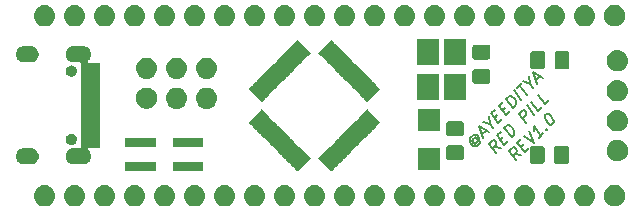
<source format=gbr>
G04 #@! TF.GenerationSoftware,KiCad,Pcbnew,(5.1.2-1)-1*
G04 #@! TF.CreationDate,2020-03-21T18:46:45+05:30*
G04 #@! TF.ProjectId,RedPill,52656450-696c-46c2-9e6b-696361645f70,rev?*
G04 #@! TF.SameCoordinates,Original*
G04 #@! TF.FileFunction,Soldermask,Top*
G04 #@! TF.FilePolarity,Negative*
%FSLAX46Y46*%
G04 Gerber Fmt 4.6, Leading zero omitted, Abs format (unit mm)*
G04 Created by KiCad (PCBNEW (5.1.2-1)-1) date 2020-03-21 18:46:45*
%MOMM*%
%LPD*%
G04 APERTURE LIST*
%ADD10C,0.190000*%
%ADD11C,0.100000*%
G04 APERTURE END LIST*
D10*
X51741069Y-25570837D02*
X51679197Y-25566713D01*
X51584327Y-25595586D01*
X51518331Y-25661583D01*
X51481207Y-25764703D01*
X51477083Y-25834824D01*
X51501831Y-25942069D01*
X51559578Y-26016315D01*
X51650324Y-26057563D01*
X51712196Y-26061687D01*
X51807066Y-26032814D01*
X51873062Y-25966817D01*
X51910186Y-25863698D01*
X51914310Y-25793576D01*
X51683322Y-25496591D02*
X51914310Y-25793576D01*
X51976182Y-25797701D01*
X52009181Y-25764703D01*
X52046304Y-25661583D01*
X52021555Y-25554338D01*
X51877187Y-25368723D01*
X51724570Y-25323350D01*
X51567828Y-25348099D01*
X51406961Y-25442969D01*
X51303842Y-25612085D01*
X51262594Y-25785327D01*
X51283218Y-25962692D01*
X51365713Y-26144183D01*
X51514206Y-26259677D01*
X51666823Y-26305050D01*
X51823565Y-26280301D01*
X51984432Y-26185431D01*
X52087552Y-26016315D01*
X52128799Y-25843074D01*
X52285541Y-25290352D02*
X52615525Y-24960369D01*
X52392786Y-25579087D02*
X52017430Y-24568514D01*
X52854762Y-25117111D01*
X52929009Y-24382898D02*
X53217744Y-24754129D01*
X52380412Y-24205532D02*
X52929009Y-24382898D01*
X52842388Y-23743556D01*
X53362112Y-23883799D02*
X53593100Y-23652810D01*
X54009703Y-23962170D02*
X53679720Y-24292153D01*
X53073376Y-23512567D01*
X53403359Y-23182584D01*
X53989080Y-23256831D02*
X54220068Y-23025842D01*
X54636671Y-23335202D02*
X54306688Y-23665185D01*
X53700344Y-22885599D01*
X54030327Y-22555616D01*
X54933656Y-23038217D02*
X54327312Y-22258631D01*
X54492304Y-22093640D01*
X54620172Y-22031768D01*
X54743916Y-22040018D01*
X54834661Y-22081266D01*
X54983154Y-22196760D01*
X55069774Y-22308129D01*
X55152270Y-22489620D01*
X55177019Y-22596864D01*
X55168769Y-22737107D01*
X55098648Y-22873225D01*
X54933656Y-23038217D01*
X55626621Y-22345252D02*
X55020277Y-21565667D01*
X55251265Y-21334679D02*
X55647245Y-20938699D01*
X56055599Y-21916274D02*
X55449255Y-21136689D01*
X56327835Y-20984071D02*
X56616570Y-21355303D01*
X55779238Y-20806706D02*
X56327835Y-20984071D01*
X56241215Y-20344729D01*
X56872307Y-20703586D02*
X57202291Y-20373603D01*
X56979552Y-20992321D02*
X56604196Y-19981748D01*
X57441528Y-20530345D01*
X53863568Y-26455899D02*
X53343844Y-26315656D01*
X53467588Y-26851879D02*
X52861244Y-26072294D01*
X53125230Y-25808307D01*
X53220101Y-25779434D01*
X53281972Y-25783559D01*
X53372718Y-25824806D01*
X53459338Y-25936176D01*
X53484087Y-26043420D01*
X53479962Y-26113542D01*
X53442839Y-26216661D01*
X53178853Y-26480648D01*
X53842944Y-25750560D02*
X54073932Y-25519572D01*
X54490536Y-25828931D02*
X54160553Y-26158914D01*
X53554209Y-25379329D01*
X53884192Y-25049346D01*
X54787521Y-25531946D02*
X54181177Y-24752361D01*
X54346168Y-24587370D01*
X54474037Y-24525498D01*
X54597780Y-24533747D01*
X54688526Y-24574995D01*
X54837018Y-24690489D01*
X54923639Y-24801859D01*
X55006135Y-24983349D01*
X55030883Y-25090594D01*
X55022634Y-25230837D01*
X54952512Y-25366955D01*
X54787521Y-25531946D01*
X56008458Y-24311009D02*
X55402114Y-23531423D01*
X55666101Y-23267437D01*
X55760971Y-23238563D01*
X55822843Y-23242688D01*
X55913588Y-23283936D01*
X56000209Y-23395305D01*
X56024958Y-23502550D01*
X56020833Y-23572671D01*
X55983710Y-23675791D01*
X55719723Y-23939778D01*
X56701423Y-23618044D02*
X56095079Y-22838459D01*
X57361389Y-22958078D02*
X57031406Y-23288061D01*
X56425062Y-22508476D01*
X57922361Y-22397106D02*
X57592378Y-22727089D01*
X56986034Y-21947504D01*
X55598336Y-27068725D02*
X55078613Y-26928482D01*
X55202356Y-27464705D02*
X54596012Y-26685119D01*
X54859999Y-26421133D01*
X54954869Y-26392259D01*
X55016741Y-26396384D01*
X55107486Y-26437632D01*
X55194107Y-26549001D01*
X55218856Y-26656246D01*
X55214731Y-26726367D01*
X55177608Y-26829487D01*
X54913621Y-27093474D01*
X55577712Y-26363386D02*
X55808700Y-26132398D01*
X56225304Y-26441757D02*
X55895321Y-26771740D01*
X55288977Y-25992155D01*
X55618960Y-25662172D01*
X55816950Y-25464182D02*
X56654282Y-26012779D01*
X56278926Y-25002205D01*
X57479240Y-25187821D02*
X57083260Y-25583801D01*
X57281250Y-25385811D02*
X56674906Y-24606225D01*
X56695530Y-24783591D01*
X56687281Y-24923834D01*
X56650158Y-25026954D01*
X57718478Y-24816590D02*
X57780350Y-24820715D01*
X57776225Y-24890836D01*
X57714353Y-24886711D01*
X57718478Y-24816590D01*
X57776225Y-24890836D01*
X57631857Y-23649274D02*
X57697854Y-23583278D01*
X57792724Y-23554404D01*
X57854596Y-23558529D01*
X57945341Y-23599777D01*
X58093834Y-23715271D01*
X58238202Y-23900886D01*
X58320697Y-24082377D01*
X58345446Y-24189622D01*
X58341321Y-24259743D01*
X58304198Y-24362863D01*
X58238202Y-24428860D01*
X58143331Y-24457733D01*
X58081460Y-24453608D01*
X57990714Y-24412360D01*
X57842222Y-24296866D01*
X57697854Y-24111251D01*
X57615358Y-23929760D01*
X57590610Y-23822515D01*
X57594734Y-23752394D01*
X57631857Y-23649274D01*
D11*
G36*
X63613512Y-29583927D02*
G01*
X63762812Y-29613624D01*
X63926784Y-29681544D01*
X64074354Y-29780147D01*
X64199853Y-29905646D01*
X64298456Y-30053216D01*
X64366376Y-30217188D01*
X64401000Y-30391259D01*
X64401000Y-30568741D01*
X64366376Y-30742812D01*
X64298456Y-30906784D01*
X64199853Y-31054354D01*
X64074354Y-31179853D01*
X63926784Y-31278456D01*
X63762812Y-31346376D01*
X63613512Y-31376073D01*
X63588742Y-31381000D01*
X63411258Y-31381000D01*
X63386488Y-31376073D01*
X63237188Y-31346376D01*
X63073216Y-31278456D01*
X62925646Y-31179853D01*
X62800147Y-31054354D01*
X62701544Y-30906784D01*
X62633624Y-30742812D01*
X62599000Y-30568741D01*
X62599000Y-30391259D01*
X62633624Y-30217188D01*
X62701544Y-30053216D01*
X62800147Y-29905646D01*
X62925646Y-29780147D01*
X63073216Y-29681544D01*
X63237188Y-29613624D01*
X63386488Y-29583927D01*
X63411258Y-29579000D01*
X63588742Y-29579000D01*
X63613512Y-29583927D01*
X63613512Y-29583927D01*
G37*
G36*
X61070443Y-29585519D02*
G01*
X61136627Y-29592037D01*
X61306466Y-29643557D01*
X61462991Y-29727222D01*
X61498729Y-29756552D01*
X61600186Y-29839814D01*
X61683448Y-29941271D01*
X61712778Y-29977009D01*
X61796443Y-30133534D01*
X61847963Y-30303373D01*
X61865359Y-30480000D01*
X61847963Y-30656627D01*
X61796443Y-30826466D01*
X61712778Y-30982991D01*
X61683448Y-31018729D01*
X61600186Y-31120186D01*
X61527480Y-31179853D01*
X61462991Y-31232778D01*
X61306466Y-31316443D01*
X61136627Y-31367963D01*
X61070443Y-31374481D01*
X61004260Y-31381000D01*
X60915740Y-31381000D01*
X60849557Y-31374481D01*
X60783373Y-31367963D01*
X60613534Y-31316443D01*
X60457009Y-31232778D01*
X60392520Y-31179853D01*
X60319814Y-31120186D01*
X60236552Y-31018729D01*
X60207222Y-30982991D01*
X60123557Y-30826466D01*
X60072037Y-30656627D01*
X60054641Y-30480000D01*
X60072037Y-30303373D01*
X60123557Y-30133534D01*
X60207222Y-29977009D01*
X60236552Y-29941271D01*
X60319814Y-29839814D01*
X60421271Y-29756552D01*
X60457009Y-29727222D01*
X60613534Y-29643557D01*
X60783373Y-29592037D01*
X60849557Y-29585519D01*
X60915740Y-29579000D01*
X61004260Y-29579000D01*
X61070443Y-29585519D01*
X61070443Y-29585519D01*
G37*
G36*
X58530443Y-29585519D02*
G01*
X58596627Y-29592037D01*
X58766466Y-29643557D01*
X58922991Y-29727222D01*
X58958729Y-29756552D01*
X59060186Y-29839814D01*
X59143448Y-29941271D01*
X59172778Y-29977009D01*
X59256443Y-30133534D01*
X59307963Y-30303373D01*
X59325359Y-30480000D01*
X59307963Y-30656627D01*
X59256443Y-30826466D01*
X59172778Y-30982991D01*
X59143448Y-31018729D01*
X59060186Y-31120186D01*
X58987480Y-31179853D01*
X58922991Y-31232778D01*
X58766466Y-31316443D01*
X58596627Y-31367963D01*
X58530443Y-31374481D01*
X58464260Y-31381000D01*
X58375740Y-31381000D01*
X58309557Y-31374481D01*
X58243373Y-31367963D01*
X58073534Y-31316443D01*
X57917009Y-31232778D01*
X57852520Y-31179853D01*
X57779814Y-31120186D01*
X57696552Y-31018729D01*
X57667222Y-30982991D01*
X57583557Y-30826466D01*
X57532037Y-30656627D01*
X57514641Y-30480000D01*
X57532037Y-30303373D01*
X57583557Y-30133534D01*
X57667222Y-29977009D01*
X57696552Y-29941271D01*
X57779814Y-29839814D01*
X57881271Y-29756552D01*
X57917009Y-29727222D01*
X58073534Y-29643557D01*
X58243373Y-29592037D01*
X58309557Y-29585519D01*
X58375740Y-29579000D01*
X58464260Y-29579000D01*
X58530443Y-29585519D01*
X58530443Y-29585519D01*
G37*
G36*
X55990443Y-29585519D02*
G01*
X56056627Y-29592037D01*
X56226466Y-29643557D01*
X56382991Y-29727222D01*
X56418729Y-29756552D01*
X56520186Y-29839814D01*
X56603448Y-29941271D01*
X56632778Y-29977009D01*
X56716443Y-30133534D01*
X56767963Y-30303373D01*
X56785359Y-30480000D01*
X56767963Y-30656627D01*
X56716443Y-30826466D01*
X56632778Y-30982991D01*
X56603448Y-31018729D01*
X56520186Y-31120186D01*
X56447480Y-31179853D01*
X56382991Y-31232778D01*
X56226466Y-31316443D01*
X56056627Y-31367963D01*
X55990443Y-31374481D01*
X55924260Y-31381000D01*
X55835740Y-31381000D01*
X55769557Y-31374481D01*
X55703373Y-31367963D01*
X55533534Y-31316443D01*
X55377009Y-31232778D01*
X55312520Y-31179853D01*
X55239814Y-31120186D01*
X55156552Y-31018729D01*
X55127222Y-30982991D01*
X55043557Y-30826466D01*
X54992037Y-30656627D01*
X54974641Y-30480000D01*
X54992037Y-30303373D01*
X55043557Y-30133534D01*
X55127222Y-29977009D01*
X55156552Y-29941271D01*
X55239814Y-29839814D01*
X55341271Y-29756552D01*
X55377009Y-29727222D01*
X55533534Y-29643557D01*
X55703373Y-29592037D01*
X55769557Y-29585519D01*
X55835740Y-29579000D01*
X55924260Y-29579000D01*
X55990443Y-29585519D01*
X55990443Y-29585519D01*
G37*
G36*
X53450443Y-29585519D02*
G01*
X53516627Y-29592037D01*
X53686466Y-29643557D01*
X53842991Y-29727222D01*
X53878729Y-29756552D01*
X53980186Y-29839814D01*
X54063448Y-29941271D01*
X54092778Y-29977009D01*
X54176443Y-30133534D01*
X54227963Y-30303373D01*
X54245359Y-30480000D01*
X54227963Y-30656627D01*
X54176443Y-30826466D01*
X54092778Y-30982991D01*
X54063448Y-31018729D01*
X53980186Y-31120186D01*
X53907480Y-31179853D01*
X53842991Y-31232778D01*
X53686466Y-31316443D01*
X53516627Y-31367963D01*
X53450443Y-31374481D01*
X53384260Y-31381000D01*
X53295740Y-31381000D01*
X53229557Y-31374481D01*
X53163373Y-31367963D01*
X52993534Y-31316443D01*
X52837009Y-31232778D01*
X52772520Y-31179853D01*
X52699814Y-31120186D01*
X52616552Y-31018729D01*
X52587222Y-30982991D01*
X52503557Y-30826466D01*
X52452037Y-30656627D01*
X52434641Y-30480000D01*
X52452037Y-30303373D01*
X52503557Y-30133534D01*
X52587222Y-29977009D01*
X52616552Y-29941271D01*
X52699814Y-29839814D01*
X52801271Y-29756552D01*
X52837009Y-29727222D01*
X52993534Y-29643557D01*
X53163373Y-29592037D01*
X53229557Y-29585519D01*
X53295740Y-29579000D01*
X53384260Y-29579000D01*
X53450443Y-29585519D01*
X53450443Y-29585519D01*
G37*
G36*
X50910443Y-29585519D02*
G01*
X50976627Y-29592037D01*
X51146466Y-29643557D01*
X51302991Y-29727222D01*
X51338729Y-29756552D01*
X51440186Y-29839814D01*
X51523448Y-29941271D01*
X51552778Y-29977009D01*
X51636443Y-30133534D01*
X51687963Y-30303373D01*
X51705359Y-30480000D01*
X51687963Y-30656627D01*
X51636443Y-30826466D01*
X51552778Y-30982991D01*
X51523448Y-31018729D01*
X51440186Y-31120186D01*
X51367480Y-31179853D01*
X51302991Y-31232778D01*
X51146466Y-31316443D01*
X50976627Y-31367963D01*
X50910443Y-31374481D01*
X50844260Y-31381000D01*
X50755740Y-31381000D01*
X50689557Y-31374481D01*
X50623373Y-31367963D01*
X50453534Y-31316443D01*
X50297009Y-31232778D01*
X50232520Y-31179853D01*
X50159814Y-31120186D01*
X50076552Y-31018729D01*
X50047222Y-30982991D01*
X49963557Y-30826466D01*
X49912037Y-30656627D01*
X49894641Y-30480000D01*
X49912037Y-30303373D01*
X49963557Y-30133534D01*
X50047222Y-29977009D01*
X50076552Y-29941271D01*
X50159814Y-29839814D01*
X50261271Y-29756552D01*
X50297009Y-29727222D01*
X50453534Y-29643557D01*
X50623373Y-29592037D01*
X50689557Y-29585519D01*
X50755740Y-29579000D01*
X50844260Y-29579000D01*
X50910443Y-29585519D01*
X50910443Y-29585519D01*
G37*
G36*
X48370443Y-29585519D02*
G01*
X48436627Y-29592037D01*
X48606466Y-29643557D01*
X48762991Y-29727222D01*
X48798729Y-29756552D01*
X48900186Y-29839814D01*
X48983448Y-29941271D01*
X49012778Y-29977009D01*
X49096443Y-30133534D01*
X49147963Y-30303373D01*
X49165359Y-30480000D01*
X49147963Y-30656627D01*
X49096443Y-30826466D01*
X49012778Y-30982991D01*
X48983448Y-31018729D01*
X48900186Y-31120186D01*
X48827480Y-31179853D01*
X48762991Y-31232778D01*
X48606466Y-31316443D01*
X48436627Y-31367963D01*
X48370443Y-31374481D01*
X48304260Y-31381000D01*
X48215740Y-31381000D01*
X48149557Y-31374481D01*
X48083373Y-31367963D01*
X47913534Y-31316443D01*
X47757009Y-31232778D01*
X47692520Y-31179853D01*
X47619814Y-31120186D01*
X47536552Y-31018729D01*
X47507222Y-30982991D01*
X47423557Y-30826466D01*
X47372037Y-30656627D01*
X47354641Y-30480000D01*
X47372037Y-30303373D01*
X47423557Y-30133534D01*
X47507222Y-29977009D01*
X47536552Y-29941271D01*
X47619814Y-29839814D01*
X47721271Y-29756552D01*
X47757009Y-29727222D01*
X47913534Y-29643557D01*
X48083373Y-29592037D01*
X48149557Y-29585519D01*
X48215740Y-29579000D01*
X48304260Y-29579000D01*
X48370443Y-29585519D01*
X48370443Y-29585519D01*
G37*
G36*
X45830443Y-29585519D02*
G01*
X45896627Y-29592037D01*
X46066466Y-29643557D01*
X46222991Y-29727222D01*
X46258729Y-29756552D01*
X46360186Y-29839814D01*
X46443448Y-29941271D01*
X46472778Y-29977009D01*
X46556443Y-30133534D01*
X46607963Y-30303373D01*
X46625359Y-30480000D01*
X46607963Y-30656627D01*
X46556443Y-30826466D01*
X46472778Y-30982991D01*
X46443448Y-31018729D01*
X46360186Y-31120186D01*
X46287480Y-31179853D01*
X46222991Y-31232778D01*
X46066466Y-31316443D01*
X45896627Y-31367963D01*
X45830443Y-31374481D01*
X45764260Y-31381000D01*
X45675740Y-31381000D01*
X45609557Y-31374481D01*
X45543373Y-31367963D01*
X45373534Y-31316443D01*
X45217009Y-31232778D01*
X45152520Y-31179853D01*
X45079814Y-31120186D01*
X44996552Y-31018729D01*
X44967222Y-30982991D01*
X44883557Y-30826466D01*
X44832037Y-30656627D01*
X44814641Y-30480000D01*
X44832037Y-30303373D01*
X44883557Y-30133534D01*
X44967222Y-29977009D01*
X44996552Y-29941271D01*
X45079814Y-29839814D01*
X45181271Y-29756552D01*
X45217009Y-29727222D01*
X45373534Y-29643557D01*
X45543373Y-29592037D01*
X45609557Y-29585519D01*
X45675740Y-29579000D01*
X45764260Y-29579000D01*
X45830443Y-29585519D01*
X45830443Y-29585519D01*
G37*
G36*
X43290443Y-29585519D02*
G01*
X43356627Y-29592037D01*
X43526466Y-29643557D01*
X43682991Y-29727222D01*
X43718729Y-29756552D01*
X43820186Y-29839814D01*
X43903448Y-29941271D01*
X43932778Y-29977009D01*
X44016443Y-30133534D01*
X44067963Y-30303373D01*
X44085359Y-30480000D01*
X44067963Y-30656627D01*
X44016443Y-30826466D01*
X43932778Y-30982991D01*
X43903448Y-31018729D01*
X43820186Y-31120186D01*
X43747480Y-31179853D01*
X43682991Y-31232778D01*
X43526466Y-31316443D01*
X43356627Y-31367963D01*
X43290443Y-31374481D01*
X43224260Y-31381000D01*
X43135740Y-31381000D01*
X43069557Y-31374481D01*
X43003373Y-31367963D01*
X42833534Y-31316443D01*
X42677009Y-31232778D01*
X42612520Y-31179853D01*
X42539814Y-31120186D01*
X42456552Y-31018729D01*
X42427222Y-30982991D01*
X42343557Y-30826466D01*
X42292037Y-30656627D01*
X42274641Y-30480000D01*
X42292037Y-30303373D01*
X42343557Y-30133534D01*
X42427222Y-29977009D01*
X42456552Y-29941271D01*
X42539814Y-29839814D01*
X42641271Y-29756552D01*
X42677009Y-29727222D01*
X42833534Y-29643557D01*
X43003373Y-29592037D01*
X43069557Y-29585519D01*
X43135740Y-29579000D01*
X43224260Y-29579000D01*
X43290443Y-29585519D01*
X43290443Y-29585519D01*
G37*
G36*
X40750443Y-29585519D02*
G01*
X40816627Y-29592037D01*
X40986466Y-29643557D01*
X41142991Y-29727222D01*
X41178729Y-29756552D01*
X41280186Y-29839814D01*
X41363448Y-29941271D01*
X41392778Y-29977009D01*
X41476443Y-30133534D01*
X41527963Y-30303373D01*
X41545359Y-30480000D01*
X41527963Y-30656627D01*
X41476443Y-30826466D01*
X41392778Y-30982991D01*
X41363448Y-31018729D01*
X41280186Y-31120186D01*
X41207480Y-31179853D01*
X41142991Y-31232778D01*
X40986466Y-31316443D01*
X40816627Y-31367963D01*
X40750443Y-31374481D01*
X40684260Y-31381000D01*
X40595740Y-31381000D01*
X40529557Y-31374481D01*
X40463373Y-31367963D01*
X40293534Y-31316443D01*
X40137009Y-31232778D01*
X40072520Y-31179853D01*
X39999814Y-31120186D01*
X39916552Y-31018729D01*
X39887222Y-30982991D01*
X39803557Y-30826466D01*
X39752037Y-30656627D01*
X39734641Y-30480000D01*
X39752037Y-30303373D01*
X39803557Y-30133534D01*
X39887222Y-29977009D01*
X39916552Y-29941271D01*
X39999814Y-29839814D01*
X40101271Y-29756552D01*
X40137009Y-29727222D01*
X40293534Y-29643557D01*
X40463373Y-29592037D01*
X40529557Y-29585519D01*
X40595740Y-29579000D01*
X40684260Y-29579000D01*
X40750443Y-29585519D01*
X40750443Y-29585519D01*
G37*
G36*
X38210443Y-29585519D02*
G01*
X38276627Y-29592037D01*
X38446466Y-29643557D01*
X38602991Y-29727222D01*
X38638729Y-29756552D01*
X38740186Y-29839814D01*
X38823448Y-29941271D01*
X38852778Y-29977009D01*
X38936443Y-30133534D01*
X38987963Y-30303373D01*
X39005359Y-30480000D01*
X38987963Y-30656627D01*
X38936443Y-30826466D01*
X38852778Y-30982991D01*
X38823448Y-31018729D01*
X38740186Y-31120186D01*
X38667480Y-31179853D01*
X38602991Y-31232778D01*
X38446466Y-31316443D01*
X38276627Y-31367963D01*
X38210443Y-31374481D01*
X38144260Y-31381000D01*
X38055740Y-31381000D01*
X37989557Y-31374481D01*
X37923373Y-31367963D01*
X37753534Y-31316443D01*
X37597009Y-31232778D01*
X37532520Y-31179853D01*
X37459814Y-31120186D01*
X37376552Y-31018729D01*
X37347222Y-30982991D01*
X37263557Y-30826466D01*
X37212037Y-30656627D01*
X37194641Y-30480000D01*
X37212037Y-30303373D01*
X37263557Y-30133534D01*
X37347222Y-29977009D01*
X37376552Y-29941271D01*
X37459814Y-29839814D01*
X37561271Y-29756552D01*
X37597009Y-29727222D01*
X37753534Y-29643557D01*
X37923373Y-29592037D01*
X37989557Y-29585519D01*
X38055740Y-29579000D01*
X38144260Y-29579000D01*
X38210443Y-29585519D01*
X38210443Y-29585519D01*
G37*
G36*
X35670443Y-29585519D02*
G01*
X35736627Y-29592037D01*
X35906466Y-29643557D01*
X36062991Y-29727222D01*
X36098729Y-29756552D01*
X36200186Y-29839814D01*
X36283448Y-29941271D01*
X36312778Y-29977009D01*
X36396443Y-30133534D01*
X36447963Y-30303373D01*
X36465359Y-30480000D01*
X36447963Y-30656627D01*
X36396443Y-30826466D01*
X36312778Y-30982991D01*
X36283448Y-31018729D01*
X36200186Y-31120186D01*
X36127480Y-31179853D01*
X36062991Y-31232778D01*
X35906466Y-31316443D01*
X35736627Y-31367963D01*
X35670443Y-31374481D01*
X35604260Y-31381000D01*
X35515740Y-31381000D01*
X35449557Y-31374481D01*
X35383373Y-31367963D01*
X35213534Y-31316443D01*
X35057009Y-31232778D01*
X34992520Y-31179853D01*
X34919814Y-31120186D01*
X34836552Y-31018729D01*
X34807222Y-30982991D01*
X34723557Y-30826466D01*
X34672037Y-30656627D01*
X34654641Y-30480000D01*
X34672037Y-30303373D01*
X34723557Y-30133534D01*
X34807222Y-29977009D01*
X34836552Y-29941271D01*
X34919814Y-29839814D01*
X35021271Y-29756552D01*
X35057009Y-29727222D01*
X35213534Y-29643557D01*
X35383373Y-29592037D01*
X35449557Y-29585519D01*
X35515740Y-29579000D01*
X35604260Y-29579000D01*
X35670443Y-29585519D01*
X35670443Y-29585519D01*
G37*
G36*
X33130443Y-29585519D02*
G01*
X33196627Y-29592037D01*
X33366466Y-29643557D01*
X33522991Y-29727222D01*
X33558729Y-29756552D01*
X33660186Y-29839814D01*
X33743448Y-29941271D01*
X33772778Y-29977009D01*
X33856443Y-30133534D01*
X33907963Y-30303373D01*
X33925359Y-30480000D01*
X33907963Y-30656627D01*
X33856443Y-30826466D01*
X33772778Y-30982991D01*
X33743448Y-31018729D01*
X33660186Y-31120186D01*
X33587480Y-31179853D01*
X33522991Y-31232778D01*
X33366466Y-31316443D01*
X33196627Y-31367963D01*
X33130443Y-31374481D01*
X33064260Y-31381000D01*
X32975740Y-31381000D01*
X32909557Y-31374481D01*
X32843373Y-31367963D01*
X32673534Y-31316443D01*
X32517009Y-31232778D01*
X32452520Y-31179853D01*
X32379814Y-31120186D01*
X32296552Y-31018729D01*
X32267222Y-30982991D01*
X32183557Y-30826466D01*
X32132037Y-30656627D01*
X32114641Y-30480000D01*
X32132037Y-30303373D01*
X32183557Y-30133534D01*
X32267222Y-29977009D01*
X32296552Y-29941271D01*
X32379814Y-29839814D01*
X32481271Y-29756552D01*
X32517009Y-29727222D01*
X32673534Y-29643557D01*
X32843373Y-29592037D01*
X32909557Y-29585519D01*
X32975740Y-29579000D01*
X33064260Y-29579000D01*
X33130443Y-29585519D01*
X33130443Y-29585519D01*
G37*
G36*
X30590443Y-29585519D02*
G01*
X30656627Y-29592037D01*
X30826466Y-29643557D01*
X30982991Y-29727222D01*
X31018729Y-29756552D01*
X31120186Y-29839814D01*
X31203448Y-29941271D01*
X31232778Y-29977009D01*
X31316443Y-30133534D01*
X31367963Y-30303373D01*
X31385359Y-30480000D01*
X31367963Y-30656627D01*
X31316443Y-30826466D01*
X31232778Y-30982991D01*
X31203448Y-31018729D01*
X31120186Y-31120186D01*
X31047480Y-31179853D01*
X30982991Y-31232778D01*
X30826466Y-31316443D01*
X30656627Y-31367963D01*
X30590443Y-31374481D01*
X30524260Y-31381000D01*
X30435740Y-31381000D01*
X30369557Y-31374481D01*
X30303373Y-31367963D01*
X30133534Y-31316443D01*
X29977009Y-31232778D01*
X29912520Y-31179853D01*
X29839814Y-31120186D01*
X29756552Y-31018729D01*
X29727222Y-30982991D01*
X29643557Y-30826466D01*
X29592037Y-30656627D01*
X29574641Y-30480000D01*
X29592037Y-30303373D01*
X29643557Y-30133534D01*
X29727222Y-29977009D01*
X29756552Y-29941271D01*
X29839814Y-29839814D01*
X29941271Y-29756552D01*
X29977009Y-29727222D01*
X30133534Y-29643557D01*
X30303373Y-29592037D01*
X30369557Y-29585519D01*
X30435740Y-29579000D01*
X30524260Y-29579000D01*
X30590443Y-29585519D01*
X30590443Y-29585519D01*
G37*
G36*
X28050443Y-29585519D02*
G01*
X28116627Y-29592037D01*
X28286466Y-29643557D01*
X28442991Y-29727222D01*
X28478729Y-29756552D01*
X28580186Y-29839814D01*
X28663448Y-29941271D01*
X28692778Y-29977009D01*
X28776443Y-30133534D01*
X28827963Y-30303373D01*
X28845359Y-30480000D01*
X28827963Y-30656627D01*
X28776443Y-30826466D01*
X28692778Y-30982991D01*
X28663448Y-31018729D01*
X28580186Y-31120186D01*
X28507480Y-31179853D01*
X28442991Y-31232778D01*
X28286466Y-31316443D01*
X28116627Y-31367963D01*
X28050443Y-31374481D01*
X27984260Y-31381000D01*
X27895740Y-31381000D01*
X27829557Y-31374481D01*
X27763373Y-31367963D01*
X27593534Y-31316443D01*
X27437009Y-31232778D01*
X27372520Y-31179853D01*
X27299814Y-31120186D01*
X27216552Y-31018729D01*
X27187222Y-30982991D01*
X27103557Y-30826466D01*
X27052037Y-30656627D01*
X27034641Y-30480000D01*
X27052037Y-30303373D01*
X27103557Y-30133534D01*
X27187222Y-29977009D01*
X27216552Y-29941271D01*
X27299814Y-29839814D01*
X27401271Y-29756552D01*
X27437009Y-29727222D01*
X27593534Y-29643557D01*
X27763373Y-29592037D01*
X27829557Y-29585519D01*
X27895740Y-29579000D01*
X27984260Y-29579000D01*
X28050443Y-29585519D01*
X28050443Y-29585519D01*
G37*
G36*
X25510443Y-29585519D02*
G01*
X25576627Y-29592037D01*
X25746466Y-29643557D01*
X25902991Y-29727222D01*
X25938729Y-29756552D01*
X26040186Y-29839814D01*
X26123448Y-29941271D01*
X26152778Y-29977009D01*
X26236443Y-30133534D01*
X26287963Y-30303373D01*
X26305359Y-30480000D01*
X26287963Y-30656627D01*
X26236443Y-30826466D01*
X26152778Y-30982991D01*
X26123448Y-31018729D01*
X26040186Y-31120186D01*
X25967480Y-31179853D01*
X25902991Y-31232778D01*
X25746466Y-31316443D01*
X25576627Y-31367963D01*
X25510443Y-31374481D01*
X25444260Y-31381000D01*
X25355740Y-31381000D01*
X25289557Y-31374481D01*
X25223373Y-31367963D01*
X25053534Y-31316443D01*
X24897009Y-31232778D01*
X24832520Y-31179853D01*
X24759814Y-31120186D01*
X24676552Y-31018729D01*
X24647222Y-30982991D01*
X24563557Y-30826466D01*
X24512037Y-30656627D01*
X24494641Y-30480000D01*
X24512037Y-30303373D01*
X24563557Y-30133534D01*
X24647222Y-29977009D01*
X24676552Y-29941271D01*
X24759814Y-29839814D01*
X24861271Y-29756552D01*
X24897009Y-29727222D01*
X25053534Y-29643557D01*
X25223373Y-29592037D01*
X25289557Y-29585519D01*
X25355740Y-29579000D01*
X25444260Y-29579000D01*
X25510443Y-29585519D01*
X25510443Y-29585519D01*
G37*
G36*
X22970443Y-29585519D02*
G01*
X23036627Y-29592037D01*
X23206466Y-29643557D01*
X23362991Y-29727222D01*
X23398729Y-29756552D01*
X23500186Y-29839814D01*
X23583448Y-29941271D01*
X23612778Y-29977009D01*
X23696443Y-30133534D01*
X23747963Y-30303373D01*
X23765359Y-30480000D01*
X23747963Y-30656627D01*
X23696443Y-30826466D01*
X23612778Y-30982991D01*
X23583448Y-31018729D01*
X23500186Y-31120186D01*
X23427480Y-31179853D01*
X23362991Y-31232778D01*
X23206466Y-31316443D01*
X23036627Y-31367963D01*
X22970443Y-31374481D01*
X22904260Y-31381000D01*
X22815740Y-31381000D01*
X22749557Y-31374481D01*
X22683373Y-31367963D01*
X22513534Y-31316443D01*
X22357009Y-31232778D01*
X22292520Y-31179853D01*
X22219814Y-31120186D01*
X22136552Y-31018729D01*
X22107222Y-30982991D01*
X22023557Y-30826466D01*
X21972037Y-30656627D01*
X21954641Y-30480000D01*
X21972037Y-30303373D01*
X22023557Y-30133534D01*
X22107222Y-29977009D01*
X22136552Y-29941271D01*
X22219814Y-29839814D01*
X22321271Y-29756552D01*
X22357009Y-29727222D01*
X22513534Y-29643557D01*
X22683373Y-29592037D01*
X22749557Y-29585519D01*
X22815740Y-29579000D01*
X22904260Y-29579000D01*
X22970443Y-29585519D01*
X22970443Y-29585519D01*
G37*
G36*
X20430443Y-29585519D02*
G01*
X20496627Y-29592037D01*
X20666466Y-29643557D01*
X20822991Y-29727222D01*
X20858729Y-29756552D01*
X20960186Y-29839814D01*
X21043448Y-29941271D01*
X21072778Y-29977009D01*
X21156443Y-30133534D01*
X21207963Y-30303373D01*
X21225359Y-30480000D01*
X21207963Y-30656627D01*
X21156443Y-30826466D01*
X21072778Y-30982991D01*
X21043448Y-31018729D01*
X20960186Y-31120186D01*
X20887480Y-31179853D01*
X20822991Y-31232778D01*
X20666466Y-31316443D01*
X20496627Y-31367963D01*
X20430443Y-31374481D01*
X20364260Y-31381000D01*
X20275740Y-31381000D01*
X20209557Y-31374481D01*
X20143373Y-31367963D01*
X19973534Y-31316443D01*
X19817009Y-31232778D01*
X19752520Y-31179853D01*
X19679814Y-31120186D01*
X19596552Y-31018729D01*
X19567222Y-30982991D01*
X19483557Y-30826466D01*
X19432037Y-30656627D01*
X19414641Y-30480000D01*
X19432037Y-30303373D01*
X19483557Y-30133534D01*
X19567222Y-29977009D01*
X19596552Y-29941271D01*
X19679814Y-29839814D01*
X19781271Y-29756552D01*
X19817009Y-29727222D01*
X19973534Y-29643557D01*
X20143373Y-29592037D01*
X20209557Y-29585519D01*
X20275740Y-29579000D01*
X20364260Y-29579000D01*
X20430443Y-29585519D01*
X20430443Y-29585519D01*
G37*
G36*
X17890443Y-29585519D02*
G01*
X17956627Y-29592037D01*
X18126466Y-29643557D01*
X18282991Y-29727222D01*
X18318729Y-29756552D01*
X18420186Y-29839814D01*
X18503448Y-29941271D01*
X18532778Y-29977009D01*
X18616443Y-30133534D01*
X18667963Y-30303373D01*
X18685359Y-30480000D01*
X18667963Y-30656627D01*
X18616443Y-30826466D01*
X18532778Y-30982991D01*
X18503448Y-31018729D01*
X18420186Y-31120186D01*
X18347480Y-31179853D01*
X18282991Y-31232778D01*
X18126466Y-31316443D01*
X17956627Y-31367963D01*
X17890443Y-31374481D01*
X17824260Y-31381000D01*
X17735740Y-31381000D01*
X17669557Y-31374481D01*
X17603373Y-31367963D01*
X17433534Y-31316443D01*
X17277009Y-31232778D01*
X17212520Y-31179853D01*
X17139814Y-31120186D01*
X17056552Y-31018729D01*
X17027222Y-30982991D01*
X16943557Y-30826466D01*
X16892037Y-30656627D01*
X16874641Y-30480000D01*
X16892037Y-30303373D01*
X16943557Y-30133534D01*
X17027222Y-29977009D01*
X17056552Y-29941271D01*
X17139814Y-29839814D01*
X17241271Y-29756552D01*
X17277009Y-29727222D01*
X17433534Y-29643557D01*
X17603373Y-29592037D01*
X17669557Y-29585519D01*
X17735740Y-29579000D01*
X17824260Y-29579000D01*
X17890443Y-29585519D01*
X17890443Y-29585519D01*
G37*
G36*
X15350443Y-29585519D02*
G01*
X15416627Y-29592037D01*
X15586466Y-29643557D01*
X15742991Y-29727222D01*
X15778729Y-29756552D01*
X15880186Y-29839814D01*
X15963448Y-29941271D01*
X15992778Y-29977009D01*
X16076443Y-30133534D01*
X16127963Y-30303373D01*
X16145359Y-30480000D01*
X16127963Y-30656627D01*
X16076443Y-30826466D01*
X15992778Y-30982991D01*
X15963448Y-31018729D01*
X15880186Y-31120186D01*
X15807480Y-31179853D01*
X15742991Y-31232778D01*
X15586466Y-31316443D01*
X15416627Y-31367963D01*
X15350443Y-31374481D01*
X15284260Y-31381000D01*
X15195740Y-31381000D01*
X15129557Y-31374481D01*
X15063373Y-31367963D01*
X14893534Y-31316443D01*
X14737009Y-31232778D01*
X14672520Y-31179853D01*
X14599814Y-31120186D01*
X14516552Y-31018729D01*
X14487222Y-30982991D01*
X14403557Y-30826466D01*
X14352037Y-30656627D01*
X14334641Y-30480000D01*
X14352037Y-30303373D01*
X14403557Y-30133534D01*
X14487222Y-29977009D01*
X14516552Y-29941271D01*
X14599814Y-29839814D01*
X14701271Y-29756552D01*
X14737009Y-29727222D01*
X14893534Y-29643557D01*
X15063373Y-29592037D01*
X15129557Y-29585519D01*
X15195740Y-29579000D01*
X15284260Y-29579000D01*
X15350443Y-29585519D01*
X15350443Y-29585519D01*
G37*
G36*
X42579746Y-23176169D02*
G01*
X42586761Y-23178297D01*
X42593227Y-23181754D01*
X42603661Y-23190316D01*
X43656348Y-24243003D01*
X43664910Y-24253437D01*
X43668367Y-24259903D01*
X43670495Y-24266918D01*
X43671213Y-24274213D01*
X43670495Y-24281508D01*
X43668367Y-24288523D01*
X43664910Y-24294989D01*
X43656348Y-24305423D01*
X43434511Y-24527260D01*
X43424077Y-24535822D01*
X43417610Y-24539279D01*
X43402674Y-24543810D01*
X43380035Y-24553187D01*
X43359661Y-24566801D01*
X43342334Y-24584128D01*
X43328720Y-24604503D01*
X43319344Y-24627140D01*
X43314813Y-24642076D01*
X43311356Y-24648543D01*
X43302794Y-24658977D01*
X43080957Y-24880814D01*
X43070523Y-24889376D01*
X43064057Y-24892833D01*
X43049120Y-24897364D01*
X43026481Y-24906742D01*
X43006107Y-24920356D01*
X42988780Y-24937683D01*
X42975167Y-24958058D01*
X42965791Y-24980693D01*
X42961260Y-24995630D01*
X42957803Y-25002096D01*
X42949241Y-25012530D01*
X42727404Y-25234367D01*
X42716970Y-25242929D01*
X42710503Y-25246386D01*
X42695567Y-25250917D01*
X42672928Y-25260294D01*
X42652554Y-25273908D01*
X42635227Y-25291235D01*
X42621613Y-25311610D01*
X42612237Y-25334247D01*
X42607706Y-25349183D01*
X42604249Y-25355650D01*
X42595687Y-25366084D01*
X42373850Y-25587921D01*
X42363416Y-25596483D01*
X42356950Y-25599940D01*
X42342013Y-25604471D01*
X42319374Y-25613849D01*
X42299000Y-25627463D01*
X42281673Y-25644790D01*
X42268060Y-25665165D01*
X42258684Y-25687800D01*
X42254153Y-25702737D01*
X42250696Y-25709203D01*
X42242134Y-25719637D01*
X42020297Y-25941474D01*
X42009863Y-25950036D01*
X42003397Y-25953493D01*
X41988460Y-25958024D01*
X41965821Y-25967402D01*
X41945447Y-25981016D01*
X41928120Y-25998343D01*
X41914507Y-26018718D01*
X41905131Y-26041353D01*
X41900600Y-26056290D01*
X41897143Y-26062756D01*
X41888581Y-26073190D01*
X41666744Y-26295027D01*
X41656310Y-26303589D01*
X41649843Y-26307046D01*
X41634907Y-26311577D01*
X41612268Y-26320954D01*
X41591894Y-26334568D01*
X41574567Y-26351895D01*
X41560953Y-26372270D01*
X41551577Y-26394907D01*
X41547046Y-26409843D01*
X41543589Y-26416310D01*
X41535027Y-26426744D01*
X41313190Y-26648581D01*
X41302756Y-26657143D01*
X41296290Y-26660600D01*
X41281353Y-26665131D01*
X41258714Y-26674509D01*
X41238340Y-26688123D01*
X41221013Y-26705450D01*
X41207400Y-26725825D01*
X41198024Y-26748460D01*
X41193493Y-26763397D01*
X41190036Y-26769863D01*
X41181474Y-26780297D01*
X40959637Y-27002134D01*
X40949203Y-27010696D01*
X40942737Y-27014153D01*
X40927800Y-27018684D01*
X40905161Y-27028062D01*
X40884787Y-27041676D01*
X40867460Y-27059003D01*
X40853847Y-27079378D01*
X40844471Y-27102013D01*
X40839940Y-27116950D01*
X40836483Y-27123416D01*
X40827921Y-27133850D01*
X40606084Y-27355687D01*
X40595650Y-27364249D01*
X40589183Y-27367706D01*
X40574247Y-27372237D01*
X40551608Y-27381614D01*
X40531234Y-27395228D01*
X40513907Y-27412555D01*
X40500293Y-27432930D01*
X40490917Y-27455567D01*
X40486386Y-27470503D01*
X40482929Y-27476970D01*
X40474367Y-27487404D01*
X40252530Y-27709241D01*
X40242096Y-27717803D01*
X40235630Y-27721260D01*
X40220693Y-27725791D01*
X40198054Y-27735169D01*
X40177680Y-27748783D01*
X40160353Y-27766110D01*
X40146740Y-27786485D01*
X40137364Y-27809120D01*
X40132833Y-27824057D01*
X40129376Y-27830523D01*
X40120814Y-27840957D01*
X39898977Y-28062794D01*
X39888543Y-28071356D01*
X39882076Y-28074813D01*
X39867140Y-28079344D01*
X39844501Y-28088721D01*
X39824127Y-28102335D01*
X39806800Y-28119662D01*
X39793186Y-28140037D01*
X39783810Y-28162674D01*
X39779279Y-28177610D01*
X39775822Y-28184077D01*
X39767260Y-28194511D01*
X39545423Y-28416348D01*
X39534989Y-28424910D01*
X39528523Y-28428367D01*
X39521508Y-28430495D01*
X39514213Y-28431213D01*
X39506918Y-28430495D01*
X39499903Y-28428367D01*
X39493437Y-28424910D01*
X39483003Y-28416348D01*
X38430316Y-27363661D01*
X38421754Y-27353227D01*
X38418297Y-27346761D01*
X38416169Y-27339746D01*
X38415451Y-27332451D01*
X38416169Y-27325156D01*
X38418297Y-27318141D01*
X38421754Y-27311675D01*
X38430316Y-27301241D01*
X38652153Y-27079404D01*
X38662587Y-27070842D01*
X38669054Y-27067385D01*
X38683990Y-27062854D01*
X38706629Y-27053477D01*
X38727003Y-27039863D01*
X38744330Y-27022536D01*
X38757944Y-27002161D01*
X38767320Y-26979524D01*
X38771851Y-26964588D01*
X38775308Y-26958121D01*
X38783870Y-26947687D01*
X39005707Y-26725850D01*
X39016141Y-26717288D01*
X39022607Y-26713831D01*
X39037544Y-26709300D01*
X39060183Y-26699922D01*
X39080557Y-26686308D01*
X39097884Y-26668981D01*
X39111497Y-26648606D01*
X39120873Y-26625971D01*
X39125404Y-26611034D01*
X39128861Y-26604568D01*
X39137423Y-26594134D01*
X39359260Y-26372297D01*
X39369694Y-26363735D01*
X39376161Y-26360278D01*
X39391097Y-26355747D01*
X39413736Y-26346370D01*
X39434110Y-26332756D01*
X39451437Y-26315429D01*
X39465051Y-26295054D01*
X39474427Y-26272417D01*
X39478958Y-26257481D01*
X39482415Y-26251014D01*
X39490977Y-26240580D01*
X39712814Y-26018743D01*
X39723248Y-26010181D01*
X39729714Y-26006724D01*
X39744651Y-26002193D01*
X39767290Y-25992815D01*
X39787664Y-25979201D01*
X39804991Y-25961874D01*
X39818604Y-25941499D01*
X39827980Y-25918864D01*
X39832511Y-25903927D01*
X39835968Y-25897461D01*
X39844530Y-25887027D01*
X40066367Y-25665190D01*
X40076801Y-25656628D01*
X40083267Y-25653171D01*
X40098204Y-25648640D01*
X40120843Y-25639262D01*
X40141217Y-25625648D01*
X40158544Y-25608321D01*
X40172157Y-25587946D01*
X40181533Y-25565311D01*
X40186064Y-25550374D01*
X40189521Y-25543908D01*
X40198083Y-25533474D01*
X40419920Y-25311637D01*
X40430354Y-25303075D01*
X40436821Y-25299618D01*
X40451757Y-25295087D01*
X40474396Y-25285710D01*
X40494770Y-25272096D01*
X40512097Y-25254769D01*
X40525711Y-25234394D01*
X40535087Y-25211757D01*
X40539618Y-25196821D01*
X40543075Y-25190354D01*
X40551637Y-25179920D01*
X40773474Y-24958083D01*
X40783908Y-24949521D01*
X40790374Y-24946064D01*
X40805311Y-24941533D01*
X40827950Y-24932155D01*
X40848324Y-24918541D01*
X40865651Y-24901214D01*
X40879264Y-24880839D01*
X40888640Y-24858204D01*
X40893171Y-24843267D01*
X40896628Y-24836801D01*
X40905190Y-24826367D01*
X41127027Y-24604530D01*
X41137461Y-24595968D01*
X41143927Y-24592511D01*
X41158864Y-24587980D01*
X41181503Y-24578602D01*
X41201877Y-24564988D01*
X41219204Y-24547661D01*
X41232817Y-24527286D01*
X41242193Y-24504651D01*
X41246724Y-24489714D01*
X41250181Y-24483248D01*
X41258743Y-24472814D01*
X41480580Y-24250977D01*
X41491014Y-24242415D01*
X41497481Y-24238958D01*
X41512417Y-24234427D01*
X41535056Y-24225050D01*
X41555430Y-24211436D01*
X41572757Y-24194109D01*
X41586371Y-24173734D01*
X41595747Y-24151097D01*
X41600278Y-24136161D01*
X41603735Y-24129694D01*
X41612297Y-24119260D01*
X41834134Y-23897423D01*
X41844568Y-23888861D01*
X41851034Y-23885404D01*
X41865971Y-23880873D01*
X41888610Y-23871495D01*
X41908984Y-23857881D01*
X41926311Y-23840554D01*
X41939924Y-23820179D01*
X41949300Y-23797544D01*
X41953831Y-23782607D01*
X41957288Y-23776141D01*
X41965850Y-23765707D01*
X42187687Y-23543870D01*
X42198121Y-23535308D01*
X42204588Y-23531851D01*
X42219524Y-23527320D01*
X42242163Y-23517943D01*
X42262537Y-23504329D01*
X42279864Y-23487002D01*
X42293478Y-23466627D01*
X42302854Y-23443990D01*
X42307385Y-23429054D01*
X42310842Y-23422587D01*
X42319404Y-23412153D01*
X42541241Y-23190316D01*
X42551675Y-23181754D01*
X42558141Y-23178297D01*
X42565156Y-23176169D01*
X42572451Y-23175451D01*
X42579746Y-23176169D01*
X42579746Y-23176169D01*
G37*
G36*
X33634844Y-23176169D02*
G01*
X33641859Y-23178297D01*
X33648325Y-23181754D01*
X33658759Y-23190316D01*
X33880596Y-23412153D01*
X33889158Y-23422587D01*
X33892615Y-23429054D01*
X33897146Y-23443990D01*
X33906523Y-23466629D01*
X33920137Y-23487003D01*
X33937464Y-23504330D01*
X33957839Y-23517944D01*
X33980476Y-23527320D01*
X33995412Y-23531851D01*
X34001879Y-23535308D01*
X34012313Y-23543870D01*
X34234150Y-23765707D01*
X34242712Y-23776141D01*
X34246169Y-23782607D01*
X34250700Y-23797544D01*
X34260078Y-23820183D01*
X34273692Y-23840557D01*
X34291019Y-23857884D01*
X34311394Y-23871497D01*
X34334029Y-23880873D01*
X34348966Y-23885404D01*
X34355432Y-23888861D01*
X34365866Y-23897423D01*
X34587703Y-24119260D01*
X34596265Y-24129694D01*
X34599722Y-24136161D01*
X34604253Y-24151097D01*
X34613630Y-24173736D01*
X34627244Y-24194110D01*
X34644571Y-24211437D01*
X34664946Y-24225051D01*
X34687583Y-24234427D01*
X34702519Y-24238958D01*
X34708986Y-24242415D01*
X34719420Y-24250977D01*
X34941257Y-24472814D01*
X34949819Y-24483248D01*
X34953276Y-24489714D01*
X34957807Y-24504651D01*
X34967185Y-24527290D01*
X34980799Y-24547664D01*
X34998126Y-24564991D01*
X35018501Y-24578604D01*
X35041136Y-24587980D01*
X35056073Y-24592511D01*
X35062539Y-24595968D01*
X35072973Y-24604530D01*
X35294810Y-24826367D01*
X35303372Y-24836801D01*
X35306829Y-24843267D01*
X35311360Y-24858204D01*
X35320738Y-24880843D01*
X35334352Y-24901217D01*
X35351679Y-24918544D01*
X35372054Y-24932157D01*
X35394689Y-24941533D01*
X35409626Y-24946064D01*
X35416092Y-24949521D01*
X35426526Y-24958083D01*
X35648363Y-25179920D01*
X35656925Y-25190354D01*
X35660382Y-25196821D01*
X35664913Y-25211757D01*
X35674290Y-25234396D01*
X35687904Y-25254770D01*
X35705231Y-25272097D01*
X35725606Y-25285711D01*
X35748243Y-25295087D01*
X35763179Y-25299618D01*
X35769646Y-25303075D01*
X35780080Y-25311637D01*
X36001917Y-25533474D01*
X36010479Y-25543908D01*
X36013936Y-25550374D01*
X36018467Y-25565311D01*
X36027845Y-25587950D01*
X36041459Y-25608324D01*
X36058786Y-25625651D01*
X36079161Y-25639264D01*
X36101796Y-25648640D01*
X36116733Y-25653171D01*
X36123199Y-25656628D01*
X36133633Y-25665190D01*
X36355470Y-25887027D01*
X36364032Y-25897461D01*
X36367489Y-25903927D01*
X36372020Y-25918864D01*
X36381398Y-25941503D01*
X36395012Y-25961877D01*
X36412339Y-25979204D01*
X36432714Y-25992817D01*
X36455349Y-26002193D01*
X36470286Y-26006724D01*
X36476752Y-26010181D01*
X36487186Y-26018743D01*
X36709023Y-26240580D01*
X36717585Y-26251014D01*
X36721042Y-26257481D01*
X36725573Y-26272417D01*
X36734950Y-26295056D01*
X36748564Y-26315430D01*
X36765891Y-26332757D01*
X36786266Y-26346371D01*
X36808903Y-26355747D01*
X36823839Y-26360278D01*
X36830306Y-26363735D01*
X36840740Y-26372297D01*
X37062577Y-26594134D01*
X37071139Y-26604568D01*
X37074596Y-26611034D01*
X37079127Y-26625971D01*
X37088505Y-26648610D01*
X37102119Y-26668984D01*
X37119446Y-26686311D01*
X37139821Y-26699924D01*
X37162456Y-26709300D01*
X37177393Y-26713831D01*
X37183859Y-26717288D01*
X37194293Y-26725850D01*
X37416130Y-26947687D01*
X37424692Y-26958121D01*
X37428149Y-26964588D01*
X37432680Y-26979524D01*
X37442057Y-27002163D01*
X37455671Y-27022537D01*
X37472998Y-27039864D01*
X37493373Y-27053478D01*
X37516010Y-27062854D01*
X37530946Y-27067385D01*
X37537413Y-27070842D01*
X37547847Y-27079404D01*
X37769684Y-27301241D01*
X37778246Y-27311675D01*
X37781703Y-27318141D01*
X37783831Y-27325156D01*
X37784549Y-27332451D01*
X37783831Y-27339746D01*
X37781703Y-27346761D01*
X37778246Y-27353227D01*
X37769684Y-27363661D01*
X36716997Y-28416348D01*
X36706563Y-28424910D01*
X36700097Y-28428367D01*
X36693082Y-28430495D01*
X36685787Y-28431213D01*
X36678492Y-28430495D01*
X36671477Y-28428367D01*
X36665011Y-28424910D01*
X36654577Y-28416348D01*
X36432740Y-28194511D01*
X36424178Y-28184077D01*
X36420721Y-28177610D01*
X36416190Y-28162674D01*
X36406813Y-28140035D01*
X36393199Y-28119661D01*
X36375872Y-28102334D01*
X36355497Y-28088720D01*
X36332860Y-28079344D01*
X36317924Y-28074813D01*
X36311457Y-28071356D01*
X36301023Y-28062794D01*
X36079186Y-27840957D01*
X36070624Y-27830523D01*
X36067167Y-27824057D01*
X36062636Y-27809120D01*
X36053258Y-27786481D01*
X36039644Y-27766107D01*
X36022317Y-27748780D01*
X36001942Y-27735167D01*
X35979307Y-27725791D01*
X35964370Y-27721260D01*
X35957904Y-27717803D01*
X35947470Y-27709241D01*
X35725633Y-27487404D01*
X35717071Y-27476970D01*
X35713614Y-27470503D01*
X35709083Y-27455567D01*
X35699706Y-27432928D01*
X35686092Y-27412554D01*
X35668765Y-27395227D01*
X35648390Y-27381613D01*
X35625753Y-27372237D01*
X35610817Y-27367706D01*
X35604350Y-27364249D01*
X35593916Y-27355687D01*
X35372079Y-27133850D01*
X35363517Y-27123416D01*
X35360060Y-27116950D01*
X35355529Y-27102013D01*
X35346151Y-27079374D01*
X35332537Y-27059000D01*
X35315210Y-27041673D01*
X35294835Y-27028060D01*
X35272200Y-27018684D01*
X35257263Y-27014153D01*
X35250797Y-27010696D01*
X35240363Y-27002134D01*
X35018526Y-26780297D01*
X35009964Y-26769863D01*
X35006507Y-26763397D01*
X35001976Y-26748460D01*
X34992598Y-26725821D01*
X34978984Y-26705447D01*
X34961657Y-26688120D01*
X34941282Y-26674507D01*
X34918647Y-26665131D01*
X34903710Y-26660600D01*
X34897244Y-26657143D01*
X34886810Y-26648581D01*
X34664973Y-26426744D01*
X34656411Y-26416310D01*
X34652954Y-26409843D01*
X34648423Y-26394907D01*
X34639046Y-26372268D01*
X34625432Y-26351894D01*
X34608105Y-26334567D01*
X34587730Y-26320953D01*
X34565093Y-26311577D01*
X34550157Y-26307046D01*
X34543690Y-26303589D01*
X34533256Y-26295027D01*
X34311419Y-26073190D01*
X34302857Y-26062756D01*
X34299400Y-26056290D01*
X34294869Y-26041353D01*
X34285491Y-26018714D01*
X34271877Y-25998340D01*
X34254550Y-25981013D01*
X34234175Y-25967400D01*
X34211540Y-25958024D01*
X34196603Y-25953493D01*
X34190137Y-25950036D01*
X34179703Y-25941474D01*
X33957866Y-25719637D01*
X33949304Y-25709203D01*
X33945847Y-25702737D01*
X33941316Y-25687800D01*
X33931938Y-25665161D01*
X33918324Y-25644787D01*
X33900997Y-25627460D01*
X33880622Y-25613847D01*
X33857987Y-25604471D01*
X33843050Y-25599940D01*
X33836584Y-25596483D01*
X33826150Y-25587921D01*
X33604313Y-25366084D01*
X33595751Y-25355650D01*
X33592294Y-25349183D01*
X33587763Y-25334247D01*
X33578386Y-25311608D01*
X33564772Y-25291234D01*
X33547445Y-25273907D01*
X33527070Y-25260293D01*
X33504433Y-25250917D01*
X33489497Y-25246386D01*
X33483030Y-25242929D01*
X33472596Y-25234367D01*
X33250759Y-25012530D01*
X33242197Y-25002096D01*
X33238740Y-24995630D01*
X33234209Y-24980693D01*
X33224831Y-24958054D01*
X33211217Y-24937680D01*
X33193890Y-24920353D01*
X33173515Y-24906740D01*
X33150880Y-24897364D01*
X33135943Y-24892833D01*
X33129477Y-24889376D01*
X33119043Y-24880814D01*
X32897206Y-24658977D01*
X32888644Y-24648543D01*
X32885187Y-24642076D01*
X32880656Y-24627140D01*
X32871279Y-24604501D01*
X32857665Y-24584127D01*
X32840338Y-24566800D01*
X32819963Y-24553186D01*
X32797326Y-24543810D01*
X32782390Y-24539279D01*
X32775923Y-24535822D01*
X32765489Y-24527260D01*
X32543652Y-24305423D01*
X32535090Y-24294989D01*
X32531633Y-24288523D01*
X32529505Y-24281508D01*
X32528787Y-24274213D01*
X32529505Y-24266918D01*
X32531633Y-24259903D01*
X32535090Y-24253437D01*
X32543652Y-24243003D01*
X33596339Y-23190316D01*
X33606773Y-23181754D01*
X33613239Y-23178297D01*
X33620254Y-23176169D01*
X33627549Y-23175451D01*
X33634844Y-23176169D01*
X33634844Y-23176169D01*
G37*
G36*
X28701000Y-28376000D02*
G01*
X26099000Y-28376000D01*
X26099000Y-27624000D01*
X28701000Y-27624000D01*
X28701000Y-28376000D01*
X28701000Y-28376000D01*
G37*
G36*
X24701000Y-28376000D02*
G01*
X22099000Y-28376000D01*
X22099000Y-27624000D01*
X24701000Y-27624000D01*
X24701000Y-28376000D01*
X24701000Y-28376000D01*
G37*
G36*
X48751000Y-28276000D02*
G01*
X46849000Y-28276000D01*
X46849000Y-26424000D01*
X48751000Y-26424000D01*
X48751000Y-28276000D01*
X48751000Y-28276000D01*
G37*
G36*
X18592085Y-17812617D02*
G01*
X18625679Y-17815926D01*
X18701594Y-17838954D01*
X18754995Y-17855153D01*
X18874164Y-17918851D01*
X18978623Y-18004577D01*
X19064349Y-18109036D01*
X19128047Y-18228205D01*
X19144246Y-18281606D01*
X19167274Y-18357521D01*
X19180519Y-18492000D01*
X19167274Y-18626479D01*
X19150997Y-18680136D01*
X19128047Y-18755795D01*
X19064349Y-18874964D01*
X18978622Y-18979423D01*
X18929924Y-19019389D01*
X18912597Y-19036716D01*
X18898984Y-19057090D01*
X18889606Y-19079729D01*
X18884826Y-19103762D01*
X18884826Y-19128266D01*
X18889606Y-19152300D01*
X18898984Y-19174938D01*
X18912598Y-19195313D01*
X18929925Y-19212640D01*
X18950299Y-19226253D01*
X18972938Y-19235631D01*
X19009223Y-19241013D01*
X19939200Y-19241013D01*
X19939200Y-26422987D01*
X19062837Y-26422987D01*
X19038451Y-26425389D01*
X19015002Y-26432502D01*
X18993391Y-26444053D01*
X18974449Y-26459598D01*
X18958904Y-26478540D01*
X18947353Y-26500151D01*
X18940240Y-26523600D01*
X18937838Y-26547986D01*
X18940240Y-26572372D01*
X18947353Y-26595821D01*
X18958904Y-26617432D01*
X18971067Y-26630851D01*
X18970812Y-26631060D01*
X19064349Y-26745036D01*
X19128047Y-26864205D01*
X19128048Y-26864209D01*
X19167274Y-26993521D01*
X19180519Y-27128000D01*
X19167274Y-27262479D01*
X19157715Y-27293991D01*
X19128047Y-27391795D01*
X19064349Y-27510964D01*
X18978623Y-27615423D01*
X18874164Y-27701149D01*
X18754995Y-27764847D01*
X18701594Y-27781046D01*
X18625679Y-27804074D01*
X18592085Y-27807383D01*
X18524900Y-27814000D01*
X17695500Y-27814000D01*
X17628315Y-27807383D01*
X17594721Y-27804074D01*
X17518806Y-27781046D01*
X17465405Y-27764847D01*
X17346236Y-27701149D01*
X17241777Y-27615423D01*
X17156051Y-27510964D01*
X17092353Y-27391795D01*
X17062685Y-27293991D01*
X17053126Y-27262479D01*
X17039881Y-27128000D01*
X17053126Y-26993521D01*
X17092352Y-26864209D01*
X17092353Y-26864205D01*
X17156051Y-26745036D01*
X17241777Y-26640577D01*
X17346236Y-26554851D01*
X17465405Y-26491153D01*
X17518806Y-26474955D01*
X17594721Y-26451926D01*
X17628315Y-26448617D01*
X17695500Y-26442000D01*
X18188201Y-26442000D01*
X18212587Y-26439598D01*
X18236036Y-26432485D01*
X18257647Y-26420934D01*
X18276589Y-26405389D01*
X18292134Y-26386447D01*
X18303685Y-26364836D01*
X18310798Y-26341387D01*
X18313200Y-26317001D01*
X18313200Y-19302999D01*
X18310798Y-19278613D01*
X18303685Y-19255164D01*
X18292134Y-19233553D01*
X18276589Y-19214611D01*
X18257647Y-19199066D01*
X18236036Y-19187515D01*
X18212587Y-19180402D01*
X18188201Y-19178000D01*
X17695500Y-19178000D01*
X17628315Y-19171383D01*
X17594721Y-19168074D01*
X17518806Y-19145046D01*
X17465405Y-19128847D01*
X17346236Y-19065149D01*
X17241777Y-18979423D01*
X17156051Y-18874964D01*
X17092353Y-18755795D01*
X17069403Y-18680136D01*
X17053126Y-18626479D01*
X17039881Y-18492000D01*
X17053126Y-18357521D01*
X17076154Y-18281606D01*
X17092353Y-18228205D01*
X17156051Y-18109036D01*
X17241777Y-18004577D01*
X17346236Y-17918851D01*
X17465405Y-17855153D01*
X17518806Y-17838954D01*
X17594721Y-17815926D01*
X17628315Y-17812617D01*
X17695500Y-17806000D01*
X18524900Y-17806000D01*
X18592085Y-17812617D01*
X18592085Y-17812617D01*
G37*
G36*
X14172485Y-26448617D02*
G01*
X14206079Y-26451926D01*
X14281994Y-26474955D01*
X14335395Y-26491153D01*
X14454564Y-26554851D01*
X14559023Y-26640577D01*
X14644749Y-26745036D01*
X14708447Y-26864205D01*
X14708448Y-26864209D01*
X14747674Y-26993521D01*
X14760919Y-27128000D01*
X14747674Y-27262479D01*
X14738115Y-27293991D01*
X14708447Y-27391795D01*
X14644749Y-27510964D01*
X14559023Y-27615423D01*
X14454564Y-27701149D01*
X14335395Y-27764847D01*
X14281994Y-27781046D01*
X14206079Y-27804074D01*
X14172485Y-27807383D01*
X14105300Y-27814000D01*
X13479100Y-27814000D01*
X13411915Y-27807383D01*
X13378321Y-27804074D01*
X13302406Y-27781046D01*
X13249005Y-27764847D01*
X13129836Y-27701149D01*
X13025377Y-27615423D01*
X12939651Y-27510964D01*
X12875953Y-27391795D01*
X12846285Y-27293991D01*
X12836726Y-27262479D01*
X12823481Y-27128000D01*
X12836726Y-26993521D01*
X12875952Y-26864209D01*
X12875953Y-26864205D01*
X12939651Y-26745036D01*
X13025377Y-26640577D01*
X13129836Y-26554851D01*
X13249005Y-26491153D01*
X13302406Y-26474955D01*
X13378321Y-26451926D01*
X13411915Y-26448617D01*
X13479100Y-26442000D01*
X14105300Y-26442000D01*
X14172485Y-26448617D01*
X14172485Y-26448617D01*
G37*
G36*
X59463674Y-26278465D02*
G01*
X59501367Y-26289899D01*
X59536103Y-26308466D01*
X59566548Y-26333452D01*
X59591534Y-26363897D01*
X59610101Y-26398633D01*
X59621535Y-26436326D01*
X59626000Y-26481661D01*
X59626000Y-27568339D01*
X59621535Y-27613674D01*
X59610101Y-27651367D01*
X59591534Y-27686103D01*
X59566548Y-27716548D01*
X59536103Y-27741534D01*
X59501367Y-27760101D01*
X59463674Y-27771535D01*
X59418339Y-27776000D01*
X58581661Y-27776000D01*
X58536326Y-27771535D01*
X58498633Y-27760101D01*
X58463897Y-27741534D01*
X58433452Y-27716548D01*
X58408466Y-27686103D01*
X58389899Y-27651367D01*
X58378465Y-27613674D01*
X58374000Y-27568339D01*
X58374000Y-26481661D01*
X58378465Y-26436326D01*
X58389899Y-26398633D01*
X58408466Y-26363897D01*
X58433452Y-26333452D01*
X58463897Y-26308466D01*
X58498633Y-26289899D01*
X58536326Y-26278465D01*
X58581661Y-26274000D01*
X59418339Y-26274000D01*
X59463674Y-26278465D01*
X59463674Y-26278465D01*
G37*
G36*
X57413674Y-26278465D02*
G01*
X57451367Y-26289899D01*
X57486103Y-26308466D01*
X57516548Y-26333452D01*
X57541534Y-26363897D01*
X57560101Y-26398633D01*
X57571535Y-26436326D01*
X57576000Y-26481661D01*
X57576000Y-27568339D01*
X57571535Y-27613674D01*
X57560101Y-27651367D01*
X57541534Y-27686103D01*
X57516548Y-27716548D01*
X57486103Y-27741534D01*
X57451367Y-27760101D01*
X57413674Y-27771535D01*
X57368339Y-27776000D01*
X56531661Y-27776000D01*
X56486326Y-27771535D01*
X56448633Y-27760101D01*
X56413897Y-27741534D01*
X56383452Y-27716548D01*
X56358466Y-27686103D01*
X56339899Y-27651367D01*
X56328465Y-27613674D01*
X56324000Y-27568339D01*
X56324000Y-26481661D01*
X56328465Y-26436326D01*
X56339899Y-26398633D01*
X56358466Y-26363897D01*
X56383452Y-26333452D01*
X56413897Y-26308466D01*
X56448633Y-26289899D01*
X56486326Y-26278465D01*
X56531661Y-26274000D01*
X57368339Y-26274000D01*
X57413674Y-26278465D01*
X57413674Y-26278465D01*
G37*
G36*
X63851637Y-25773927D02*
G01*
X64000937Y-25803624D01*
X64164909Y-25871544D01*
X64312479Y-25970147D01*
X64437978Y-26095646D01*
X64536581Y-26243216D01*
X64604501Y-26407188D01*
X64639125Y-26581259D01*
X64639125Y-26758741D01*
X64604501Y-26932812D01*
X64536581Y-27096784D01*
X64437978Y-27244354D01*
X64312479Y-27369853D01*
X64164909Y-27468456D01*
X64000937Y-27536376D01*
X63851637Y-27566073D01*
X63826867Y-27571000D01*
X63649383Y-27571000D01*
X63624613Y-27566073D01*
X63475313Y-27536376D01*
X63311341Y-27468456D01*
X63163771Y-27369853D01*
X63038272Y-27244354D01*
X62939669Y-27096784D01*
X62871749Y-26932812D01*
X62837125Y-26758741D01*
X62837125Y-26581259D01*
X62871749Y-26407188D01*
X62939669Y-26243216D01*
X63038272Y-26095646D01*
X63163771Y-25970147D01*
X63311341Y-25871544D01*
X63475313Y-25803624D01*
X63624613Y-25773927D01*
X63649383Y-25769000D01*
X63826867Y-25769000D01*
X63851637Y-25773927D01*
X63851637Y-25773927D01*
G37*
G36*
X50588674Y-26228465D02*
G01*
X50626367Y-26239899D01*
X50661103Y-26258466D01*
X50691548Y-26283452D01*
X50716534Y-26313897D01*
X50735101Y-26348633D01*
X50746535Y-26386326D01*
X50751000Y-26431661D01*
X50751000Y-27268339D01*
X50746535Y-27313674D01*
X50735101Y-27351367D01*
X50716534Y-27386103D01*
X50691548Y-27416548D01*
X50661103Y-27441534D01*
X50626367Y-27460101D01*
X50588674Y-27471535D01*
X50543339Y-27476000D01*
X49456661Y-27476000D01*
X49411326Y-27471535D01*
X49373633Y-27460101D01*
X49338897Y-27441534D01*
X49308452Y-27416548D01*
X49283466Y-27386103D01*
X49264899Y-27351367D01*
X49253465Y-27313674D01*
X49249000Y-27268339D01*
X49249000Y-26431661D01*
X49253465Y-26386326D01*
X49264899Y-26348633D01*
X49283466Y-26313897D01*
X49308452Y-26283452D01*
X49338897Y-26258466D01*
X49373633Y-26239899D01*
X49411326Y-26228465D01*
X49456661Y-26224000D01*
X50543339Y-26224000D01*
X50588674Y-26228465D01*
X50588674Y-26228465D01*
G37*
G36*
X28701000Y-26376000D02*
G01*
X26099000Y-26376000D01*
X26099000Y-25624000D01*
X28701000Y-25624000D01*
X28701000Y-26376000D01*
X28701000Y-26376000D01*
G37*
G36*
X24651000Y-26326000D02*
G01*
X22049000Y-26326000D01*
X22049000Y-25574000D01*
X24651000Y-25574000D01*
X24651000Y-26326000D01*
X24651000Y-26326000D01*
G37*
G36*
X17641043Y-25234292D02*
G01*
X17661894Y-25242929D01*
X17727670Y-25270174D01*
X17805632Y-25322267D01*
X17871933Y-25388568D01*
X17924026Y-25466530D01*
X17924026Y-25466531D01*
X17959908Y-25553157D01*
X17978200Y-25645117D01*
X17978200Y-25738883D01*
X17959908Y-25830843D01*
X17943049Y-25871544D01*
X17924026Y-25917470D01*
X17871933Y-25995432D01*
X17805632Y-26061733D01*
X17727670Y-26113826D01*
X17706760Y-26122487D01*
X17641043Y-26149708D01*
X17549083Y-26168000D01*
X17455317Y-26168000D01*
X17363357Y-26149708D01*
X17297640Y-26122487D01*
X17276730Y-26113826D01*
X17198768Y-26061733D01*
X17132467Y-25995432D01*
X17080374Y-25917470D01*
X17061351Y-25871544D01*
X17044492Y-25830843D01*
X17026200Y-25738883D01*
X17026200Y-25645117D01*
X17044492Y-25553157D01*
X17080374Y-25466531D01*
X17080374Y-25466530D01*
X17132467Y-25388568D01*
X17198768Y-25322267D01*
X17276730Y-25270174D01*
X17342506Y-25242929D01*
X17363357Y-25234292D01*
X17455317Y-25216000D01*
X17549083Y-25216000D01*
X17641043Y-25234292D01*
X17641043Y-25234292D01*
G37*
G36*
X50588674Y-24178465D02*
G01*
X50626367Y-24189899D01*
X50661103Y-24208466D01*
X50691548Y-24233452D01*
X50716534Y-24263897D01*
X50735101Y-24298633D01*
X50746535Y-24336326D01*
X50751000Y-24381661D01*
X50751000Y-25218339D01*
X50746535Y-25263674D01*
X50735101Y-25301367D01*
X50716534Y-25336103D01*
X50691548Y-25366548D01*
X50661103Y-25391534D01*
X50626367Y-25410101D01*
X50588674Y-25421535D01*
X50543339Y-25426000D01*
X49456661Y-25426000D01*
X49411326Y-25421535D01*
X49373633Y-25410101D01*
X49338897Y-25391534D01*
X49308452Y-25366548D01*
X49283466Y-25336103D01*
X49264899Y-25301367D01*
X49253465Y-25263674D01*
X49249000Y-25218339D01*
X49249000Y-24381661D01*
X49253465Y-24336326D01*
X49264899Y-24298633D01*
X49283466Y-24263897D01*
X49308452Y-24233452D01*
X49338897Y-24208466D01*
X49373633Y-24189899D01*
X49411326Y-24178465D01*
X49456661Y-24174000D01*
X50543339Y-24174000D01*
X50588674Y-24178465D01*
X50588674Y-24178465D01*
G37*
G36*
X63848567Y-23235518D02*
G01*
X63914752Y-23242037D01*
X64084591Y-23293557D01*
X64241116Y-23377222D01*
X64274845Y-23404903D01*
X64378311Y-23489814D01*
X64445122Y-23571225D01*
X64490903Y-23627009D01*
X64574568Y-23783534D01*
X64626088Y-23953373D01*
X64643484Y-24130000D01*
X64626088Y-24306627D01*
X64574568Y-24476466D01*
X64574567Y-24476468D01*
X64539280Y-24542484D01*
X64490903Y-24632991D01*
X64469577Y-24658977D01*
X64378311Y-24770186D01*
X64292071Y-24840960D01*
X64241116Y-24882778D01*
X64084591Y-24966443D01*
X63914752Y-25017963D01*
X63848568Y-25024481D01*
X63782385Y-25031000D01*
X63693865Y-25031000D01*
X63627682Y-25024481D01*
X63561498Y-25017963D01*
X63391659Y-24966443D01*
X63235134Y-24882778D01*
X63184179Y-24840960D01*
X63097939Y-24770186D01*
X63006673Y-24658977D01*
X62985347Y-24632991D01*
X62936970Y-24542484D01*
X62901683Y-24476468D01*
X62901682Y-24476466D01*
X62850162Y-24306627D01*
X62832766Y-24130000D01*
X62850162Y-23953373D01*
X62901682Y-23783534D01*
X62985347Y-23627009D01*
X63031128Y-23571225D01*
X63097939Y-23489814D01*
X63201405Y-23404903D01*
X63235134Y-23377222D01*
X63391659Y-23293557D01*
X63561498Y-23242037D01*
X63627683Y-23235518D01*
X63693865Y-23229000D01*
X63782385Y-23229000D01*
X63848567Y-23235518D01*
X63848567Y-23235518D01*
G37*
G36*
X48751000Y-25026000D02*
G01*
X46849000Y-25026000D01*
X46849000Y-23174000D01*
X48751000Y-23174000D01*
X48751000Y-25026000D01*
X48751000Y-25026000D01*
G37*
G36*
X23989512Y-21328927D02*
G01*
X24138812Y-21358624D01*
X24302784Y-21426544D01*
X24450354Y-21525147D01*
X24575853Y-21650646D01*
X24674456Y-21798216D01*
X24742376Y-21962188D01*
X24777000Y-22136259D01*
X24777000Y-22313741D01*
X24742376Y-22487812D01*
X24674456Y-22651784D01*
X24575853Y-22799354D01*
X24450354Y-22924853D01*
X24302784Y-23023456D01*
X24138812Y-23091376D01*
X23989512Y-23121073D01*
X23964742Y-23126000D01*
X23787258Y-23126000D01*
X23762488Y-23121073D01*
X23613188Y-23091376D01*
X23449216Y-23023456D01*
X23301646Y-22924853D01*
X23176147Y-22799354D01*
X23077544Y-22651784D01*
X23009624Y-22487812D01*
X22975000Y-22313741D01*
X22975000Y-22136259D01*
X23009624Y-21962188D01*
X23077544Y-21798216D01*
X23176147Y-21650646D01*
X23301646Y-21525147D01*
X23449216Y-21426544D01*
X23613188Y-21358624D01*
X23762488Y-21328927D01*
X23787258Y-21324000D01*
X23964742Y-21324000D01*
X23989512Y-21328927D01*
X23989512Y-21328927D01*
G37*
G36*
X26526443Y-21330519D02*
G01*
X26592627Y-21337037D01*
X26762466Y-21388557D01*
X26918991Y-21472222D01*
X26929738Y-21481042D01*
X27056186Y-21584814D01*
X27139448Y-21686271D01*
X27168778Y-21722009D01*
X27168779Y-21722011D01*
X27246411Y-21867248D01*
X27252443Y-21878534D01*
X27303963Y-22048373D01*
X27321359Y-22225000D01*
X27303963Y-22401627D01*
X27252443Y-22571466D01*
X27168778Y-22727991D01*
X27139448Y-22763729D01*
X27056186Y-22865186D01*
X26954729Y-22948448D01*
X26918991Y-22977778D01*
X26762466Y-23061443D01*
X26592627Y-23112963D01*
X26526442Y-23119482D01*
X26460260Y-23126000D01*
X26371740Y-23126000D01*
X26305558Y-23119482D01*
X26239373Y-23112963D01*
X26069534Y-23061443D01*
X25913009Y-22977778D01*
X25877271Y-22948448D01*
X25775814Y-22865186D01*
X25692552Y-22763729D01*
X25663222Y-22727991D01*
X25579557Y-22571466D01*
X25528037Y-22401627D01*
X25510641Y-22225000D01*
X25528037Y-22048373D01*
X25579557Y-21878534D01*
X25585590Y-21867248D01*
X25663221Y-21722011D01*
X25663222Y-21722009D01*
X25692552Y-21686271D01*
X25775814Y-21584814D01*
X25902262Y-21481042D01*
X25913009Y-21472222D01*
X26069534Y-21388557D01*
X26239373Y-21337037D01*
X26305557Y-21330519D01*
X26371740Y-21324000D01*
X26460260Y-21324000D01*
X26526443Y-21330519D01*
X26526443Y-21330519D01*
G37*
G36*
X29066443Y-21330519D02*
G01*
X29132627Y-21337037D01*
X29302466Y-21388557D01*
X29458991Y-21472222D01*
X29469738Y-21481042D01*
X29596186Y-21584814D01*
X29679448Y-21686271D01*
X29708778Y-21722009D01*
X29708779Y-21722011D01*
X29786411Y-21867248D01*
X29792443Y-21878534D01*
X29843963Y-22048373D01*
X29861359Y-22225000D01*
X29843963Y-22401627D01*
X29792443Y-22571466D01*
X29708778Y-22727991D01*
X29679448Y-22763729D01*
X29596186Y-22865186D01*
X29494729Y-22948448D01*
X29458991Y-22977778D01*
X29302466Y-23061443D01*
X29132627Y-23112963D01*
X29066442Y-23119482D01*
X29000260Y-23126000D01*
X28911740Y-23126000D01*
X28845558Y-23119482D01*
X28779373Y-23112963D01*
X28609534Y-23061443D01*
X28453009Y-22977778D01*
X28417271Y-22948448D01*
X28315814Y-22865186D01*
X28232552Y-22763729D01*
X28203222Y-22727991D01*
X28119557Y-22571466D01*
X28068037Y-22401627D01*
X28050641Y-22225000D01*
X28068037Y-22048373D01*
X28119557Y-21878534D01*
X28125590Y-21867248D01*
X28203221Y-21722011D01*
X28203222Y-21722009D01*
X28232552Y-21686271D01*
X28315814Y-21584814D01*
X28442262Y-21481042D01*
X28453009Y-21472222D01*
X28609534Y-21388557D01*
X28779373Y-21337037D01*
X28845557Y-21330519D01*
X28911740Y-21324000D01*
X29000260Y-21324000D01*
X29066443Y-21330519D01*
X29066443Y-21330519D01*
G37*
G36*
X36693082Y-17289505D02*
G01*
X36700097Y-17291633D01*
X36706563Y-17295090D01*
X36716997Y-17303652D01*
X37769684Y-18356339D01*
X37778246Y-18366773D01*
X37781703Y-18373239D01*
X37783831Y-18380254D01*
X37784549Y-18387549D01*
X37783831Y-18394844D01*
X37781703Y-18401859D01*
X37778246Y-18408325D01*
X37769684Y-18418759D01*
X37547847Y-18640596D01*
X37537413Y-18649158D01*
X37530946Y-18652615D01*
X37516010Y-18657146D01*
X37493371Y-18666523D01*
X37472997Y-18680137D01*
X37455670Y-18697464D01*
X37442056Y-18717839D01*
X37432680Y-18740476D01*
X37428149Y-18755412D01*
X37424692Y-18761879D01*
X37416130Y-18772313D01*
X37194293Y-18994150D01*
X37183859Y-19002712D01*
X37177393Y-19006169D01*
X37162456Y-19010700D01*
X37139817Y-19020078D01*
X37119443Y-19033692D01*
X37102116Y-19051019D01*
X37088503Y-19071394D01*
X37079127Y-19094029D01*
X37074596Y-19108966D01*
X37071139Y-19115432D01*
X37062577Y-19125866D01*
X36840740Y-19347703D01*
X36830306Y-19356265D01*
X36823839Y-19359722D01*
X36808903Y-19364253D01*
X36786264Y-19373630D01*
X36765890Y-19387244D01*
X36748563Y-19404571D01*
X36734949Y-19424946D01*
X36725573Y-19447583D01*
X36721042Y-19462519D01*
X36717585Y-19468986D01*
X36709023Y-19479420D01*
X36487186Y-19701257D01*
X36476752Y-19709819D01*
X36470286Y-19713276D01*
X36455349Y-19717807D01*
X36432710Y-19727185D01*
X36412336Y-19740799D01*
X36395009Y-19758126D01*
X36381396Y-19778501D01*
X36372020Y-19801136D01*
X36367489Y-19816073D01*
X36364032Y-19822539D01*
X36355470Y-19832973D01*
X36133633Y-20054810D01*
X36123199Y-20063372D01*
X36116733Y-20066829D01*
X36101796Y-20071360D01*
X36079157Y-20080738D01*
X36058783Y-20094352D01*
X36041456Y-20111679D01*
X36027843Y-20132054D01*
X36018467Y-20154689D01*
X36013936Y-20169626D01*
X36010479Y-20176092D01*
X36001917Y-20186526D01*
X35780080Y-20408363D01*
X35769646Y-20416925D01*
X35763179Y-20420382D01*
X35748243Y-20424913D01*
X35725604Y-20434290D01*
X35705230Y-20447904D01*
X35687903Y-20465231D01*
X35674289Y-20485606D01*
X35664913Y-20508243D01*
X35660382Y-20523179D01*
X35656925Y-20529646D01*
X35648363Y-20540080D01*
X35426526Y-20761917D01*
X35416092Y-20770479D01*
X35409626Y-20773936D01*
X35394689Y-20778467D01*
X35372050Y-20787845D01*
X35351676Y-20801459D01*
X35334349Y-20818786D01*
X35320736Y-20839161D01*
X35311360Y-20861796D01*
X35306829Y-20876733D01*
X35303372Y-20883199D01*
X35294810Y-20893633D01*
X35072973Y-21115470D01*
X35062539Y-21124032D01*
X35056073Y-21127489D01*
X35041136Y-21132020D01*
X35018497Y-21141398D01*
X34998123Y-21155012D01*
X34980796Y-21172339D01*
X34967183Y-21192714D01*
X34957807Y-21215349D01*
X34953276Y-21230286D01*
X34949819Y-21236752D01*
X34941257Y-21247186D01*
X34719420Y-21469023D01*
X34708986Y-21477585D01*
X34702519Y-21481042D01*
X34687583Y-21485573D01*
X34664944Y-21494950D01*
X34644570Y-21508564D01*
X34627243Y-21525891D01*
X34613629Y-21546266D01*
X34604253Y-21568903D01*
X34599722Y-21583839D01*
X34596265Y-21590306D01*
X34587703Y-21600740D01*
X34365866Y-21822577D01*
X34355432Y-21831139D01*
X34348966Y-21834596D01*
X34334029Y-21839127D01*
X34311390Y-21848505D01*
X34291016Y-21862119D01*
X34273689Y-21879446D01*
X34260076Y-21899821D01*
X34250700Y-21922456D01*
X34246169Y-21937393D01*
X34242712Y-21943859D01*
X34234150Y-21954293D01*
X34012313Y-22176130D01*
X34001879Y-22184692D01*
X33995412Y-22188149D01*
X33980476Y-22192680D01*
X33957837Y-22202057D01*
X33937463Y-22215671D01*
X33920136Y-22232998D01*
X33906522Y-22253373D01*
X33897146Y-22276010D01*
X33892615Y-22290946D01*
X33889158Y-22297413D01*
X33880596Y-22307847D01*
X33658759Y-22529684D01*
X33648325Y-22538246D01*
X33641859Y-22541703D01*
X33634844Y-22543831D01*
X33627549Y-22544549D01*
X33620254Y-22543831D01*
X33613239Y-22541703D01*
X33606773Y-22538246D01*
X33596339Y-22529684D01*
X32543652Y-21476997D01*
X32535090Y-21466563D01*
X32531633Y-21460097D01*
X32529505Y-21453082D01*
X32528787Y-21445787D01*
X32529505Y-21438492D01*
X32531633Y-21431477D01*
X32535090Y-21425011D01*
X32543652Y-21414577D01*
X32765489Y-21192740D01*
X32775923Y-21184178D01*
X32782390Y-21180721D01*
X32797326Y-21176190D01*
X32819965Y-21166813D01*
X32840339Y-21153199D01*
X32857666Y-21135872D01*
X32871280Y-21115497D01*
X32880656Y-21092860D01*
X32885187Y-21077924D01*
X32888644Y-21071457D01*
X32897206Y-21061023D01*
X33119043Y-20839186D01*
X33129477Y-20830624D01*
X33135943Y-20827167D01*
X33150880Y-20822636D01*
X33173519Y-20813258D01*
X33193893Y-20799644D01*
X33211220Y-20782317D01*
X33224833Y-20761942D01*
X33234209Y-20739307D01*
X33238740Y-20724370D01*
X33242197Y-20717904D01*
X33250759Y-20707470D01*
X33472596Y-20485633D01*
X33483030Y-20477071D01*
X33489497Y-20473614D01*
X33504433Y-20469083D01*
X33527072Y-20459706D01*
X33547446Y-20446092D01*
X33564773Y-20428765D01*
X33578387Y-20408390D01*
X33587763Y-20385753D01*
X33592294Y-20370817D01*
X33595751Y-20364350D01*
X33604313Y-20353916D01*
X33826150Y-20132079D01*
X33836584Y-20123517D01*
X33843050Y-20120060D01*
X33857987Y-20115529D01*
X33880626Y-20106151D01*
X33901000Y-20092537D01*
X33918327Y-20075210D01*
X33931940Y-20054835D01*
X33941316Y-20032200D01*
X33945847Y-20017263D01*
X33949304Y-20010797D01*
X33957866Y-20000363D01*
X34179703Y-19778526D01*
X34190137Y-19769964D01*
X34196603Y-19766507D01*
X34211540Y-19761976D01*
X34234179Y-19752598D01*
X34254553Y-19738984D01*
X34271880Y-19721657D01*
X34285493Y-19701282D01*
X34294869Y-19678647D01*
X34299400Y-19663710D01*
X34302857Y-19657244D01*
X34311419Y-19646810D01*
X34533256Y-19424973D01*
X34543690Y-19416411D01*
X34550157Y-19412954D01*
X34565093Y-19408423D01*
X34587732Y-19399046D01*
X34608106Y-19385432D01*
X34625433Y-19368105D01*
X34639047Y-19347730D01*
X34648423Y-19325093D01*
X34652954Y-19310157D01*
X34656411Y-19303690D01*
X34664973Y-19293256D01*
X34886810Y-19071419D01*
X34897244Y-19062857D01*
X34903710Y-19059400D01*
X34918647Y-19054869D01*
X34941286Y-19045491D01*
X34961660Y-19031877D01*
X34978987Y-19014550D01*
X34992600Y-18994175D01*
X35001976Y-18971540D01*
X35006507Y-18956603D01*
X35009964Y-18950137D01*
X35018526Y-18939703D01*
X35240363Y-18717866D01*
X35250797Y-18709304D01*
X35257263Y-18705847D01*
X35272200Y-18701316D01*
X35294839Y-18691938D01*
X35315213Y-18678324D01*
X35332540Y-18660997D01*
X35346153Y-18640622D01*
X35355529Y-18617987D01*
X35360060Y-18603050D01*
X35363517Y-18596584D01*
X35372079Y-18586150D01*
X35593916Y-18364313D01*
X35604350Y-18355751D01*
X35610817Y-18352294D01*
X35625753Y-18347763D01*
X35648392Y-18338386D01*
X35668766Y-18324772D01*
X35686093Y-18307445D01*
X35699707Y-18287070D01*
X35709083Y-18264433D01*
X35713614Y-18249497D01*
X35717071Y-18243030D01*
X35725633Y-18232596D01*
X35947470Y-18010759D01*
X35957904Y-18002197D01*
X35964370Y-17998740D01*
X35979307Y-17994209D01*
X36001946Y-17984831D01*
X36022320Y-17971217D01*
X36039647Y-17953890D01*
X36053260Y-17933515D01*
X36062636Y-17910880D01*
X36067167Y-17895943D01*
X36070624Y-17889477D01*
X36079186Y-17879043D01*
X36301023Y-17657206D01*
X36311457Y-17648644D01*
X36317924Y-17645187D01*
X36332860Y-17640656D01*
X36355499Y-17631279D01*
X36375873Y-17617665D01*
X36393200Y-17600338D01*
X36406814Y-17579963D01*
X36416190Y-17557326D01*
X36420721Y-17542390D01*
X36424178Y-17535923D01*
X36432740Y-17525489D01*
X36654577Y-17303652D01*
X36665011Y-17295090D01*
X36671477Y-17291633D01*
X36678492Y-17289505D01*
X36685787Y-17288787D01*
X36693082Y-17289505D01*
X36693082Y-17289505D01*
G37*
G36*
X39521508Y-17289505D02*
G01*
X39528523Y-17291633D01*
X39534989Y-17295090D01*
X39545423Y-17303652D01*
X39767260Y-17525489D01*
X39775822Y-17535923D01*
X39779279Y-17542390D01*
X39783810Y-17557326D01*
X39793187Y-17579965D01*
X39806801Y-17600339D01*
X39824128Y-17617666D01*
X39844503Y-17631280D01*
X39867140Y-17640656D01*
X39882076Y-17645187D01*
X39888543Y-17648644D01*
X39898977Y-17657206D01*
X40120814Y-17879043D01*
X40129376Y-17889477D01*
X40132833Y-17895943D01*
X40137364Y-17910880D01*
X40146742Y-17933519D01*
X40160356Y-17953893D01*
X40177683Y-17971220D01*
X40198058Y-17984833D01*
X40220693Y-17994209D01*
X40235630Y-17998740D01*
X40242096Y-18002197D01*
X40252530Y-18010759D01*
X40474367Y-18232596D01*
X40482929Y-18243030D01*
X40486386Y-18249497D01*
X40490917Y-18264433D01*
X40500294Y-18287072D01*
X40513908Y-18307446D01*
X40531235Y-18324773D01*
X40551610Y-18338387D01*
X40574247Y-18347763D01*
X40589183Y-18352294D01*
X40595650Y-18355751D01*
X40606084Y-18364313D01*
X40827921Y-18586150D01*
X40836483Y-18596584D01*
X40839940Y-18603050D01*
X40844471Y-18617987D01*
X40853849Y-18640626D01*
X40867463Y-18661000D01*
X40884790Y-18678327D01*
X40905165Y-18691940D01*
X40927800Y-18701316D01*
X40942737Y-18705847D01*
X40949203Y-18709304D01*
X40959637Y-18717866D01*
X41181474Y-18939703D01*
X41190036Y-18950137D01*
X41193493Y-18956603D01*
X41198024Y-18971540D01*
X41207402Y-18994179D01*
X41221016Y-19014553D01*
X41238343Y-19031880D01*
X41258718Y-19045493D01*
X41281353Y-19054869D01*
X41296290Y-19059400D01*
X41302756Y-19062857D01*
X41313190Y-19071419D01*
X41535027Y-19293256D01*
X41543589Y-19303690D01*
X41547046Y-19310157D01*
X41551577Y-19325093D01*
X41560954Y-19347732D01*
X41574568Y-19368106D01*
X41591895Y-19385433D01*
X41612270Y-19399047D01*
X41634907Y-19408423D01*
X41649843Y-19412954D01*
X41656310Y-19416411D01*
X41666744Y-19424973D01*
X41888581Y-19646810D01*
X41897143Y-19657244D01*
X41900600Y-19663710D01*
X41905131Y-19678647D01*
X41914509Y-19701286D01*
X41928123Y-19721660D01*
X41945450Y-19738987D01*
X41965825Y-19752600D01*
X41988460Y-19761976D01*
X42003397Y-19766507D01*
X42009863Y-19769964D01*
X42020297Y-19778526D01*
X42242134Y-20000363D01*
X42250696Y-20010797D01*
X42254153Y-20017263D01*
X42258684Y-20032200D01*
X42268062Y-20054839D01*
X42281676Y-20075213D01*
X42299003Y-20092540D01*
X42319378Y-20106153D01*
X42342013Y-20115529D01*
X42356950Y-20120060D01*
X42363416Y-20123517D01*
X42373850Y-20132079D01*
X42595687Y-20353916D01*
X42604249Y-20364350D01*
X42607706Y-20370817D01*
X42612237Y-20385753D01*
X42621614Y-20408392D01*
X42635228Y-20428766D01*
X42652555Y-20446093D01*
X42672930Y-20459707D01*
X42695567Y-20469083D01*
X42710503Y-20473614D01*
X42716970Y-20477071D01*
X42727404Y-20485633D01*
X42949241Y-20707470D01*
X42957803Y-20717904D01*
X42961260Y-20724370D01*
X42965791Y-20739307D01*
X42975169Y-20761946D01*
X42988783Y-20782320D01*
X43006110Y-20799647D01*
X43026485Y-20813260D01*
X43049120Y-20822636D01*
X43064057Y-20827167D01*
X43070523Y-20830624D01*
X43080957Y-20839186D01*
X43302794Y-21061023D01*
X43311356Y-21071457D01*
X43314813Y-21077924D01*
X43319344Y-21092860D01*
X43328721Y-21115499D01*
X43342335Y-21135873D01*
X43359662Y-21153200D01*
X43380037Y-21166814D01*
X43402674Y-21176190D01*
X43417610Y-21180721D01*
X43424077Y-21184178D01*
X43434511Y-21192740D01*
X43656348Y-21414577D01*
X43664910Y-21425011D01*
X43668367Y-21431477D01*
X43670495Y-21438492D01*
X43671213Y-21445787D01*
X43670495Y-21453082D01*
X43668367Y-21460097D01*
X43664910Y-21466563D01*
X43656348Y-21476997D01*
X42603661Y-22529684D01*
X42593227Y-22538246D01*
X42586761Y-22541703D01*
X42579746Y-22543831D01*
X42572451Y-22544549D01*
X42565156Y-22543831D01*
X42558141Y-22541703D01*
X42551675Y-22538246D01*
X42541241Y-22529684D01*
X42319404Y-22307847D01*
X42310842Y-22297413D01*
X42307385Y-22290946D01*
X42302854Y-22276010D01*
X42293477Y-22253371D01*
X42279863Y-22232997D01*
X42262536Y-22215670D01*
X42242161Y-22202056D01*
X42219524Y-22192680D01*
X42204588Y-22188149D01*
X42198121Y-22184692D01*
X42187687Y-22176130D01*
X41965850Y-21954293D01*
X41957288Y-21943859D01*
X41953831Y-21937393D01*
X41949300Y-21922456D01*
X41939922Y-21899817D01*
X41926308Y-21879443D01*
X41908981Y-21862116D01*
X41888606Y-21848503D01*
X41865971Y-21839127D01*
X41851034Y-21834596D01*
X41844568Y-21831139D01*
X41834134Y-21822577D01*
X41612297Y-21600740D01*
X41603735Y-21590306D01*
X41600278Y-21583839D01*
X41595747Y-21568903D01*
X41586370Y-21546264D01*
X41572756Y-21525890D01*
X41555429Y-21508563D01*
X41535054Y-21494949D01*
X41512417Y-21485573D01*
X41497481Y-21481042D01*
X41491014Y-21477585D01*
X41480580Y-21469023D01*
X41258743Y-21247186D01*
X41250181Y-21236752D01*
X41246724Y-21230286D01*
X41242193Y-21215349D01*
X41232815Y-21192710D01*
X41219201Y-21172336D01*
X41201874Y-21155009D01*
X41181499Y-21141396D01*
X41158864Y-21132020D01*
X41143927Y-21127489D01*
X41137461Y-21124032D01*
X41127027Y-21115470D01*
X40905190Y-20893633D01*
X40896628Y-20883199D01*
X40893171Y-20876733D01*
X40888640Y-20861796D01*
X40879262Y-20839157D01*
X40865648Y-20818783D01*
X40848321Y-20801456D01*
X40827946Y-20787843D01*
X40805311Y-20778467D01*
X40790374Y-20773936D01*
X40783908Y-20770479D01*
X40773474Y-20761917D01*
X40551637Y-20540080D01*
X40543075Y-20529646D01*
X40539618Y-20523179D01*
X40535087Y-20508243D01*
X40525710Y-20485604D01*
X40512096Y-20465230D01*
X40494769Y-20447903D01*
X40474394Y-20434289D01*
X40451757Y-20424913D01*
X40436821Y-20420382D01*
X40430354Y-20416925D01*
X40419920Y-20408363D01*
X40198083Y-20186526D01*
X40189521Y-20176092D01*
X40186064Y-20169626D01*
X40181533Y-20154689D01*
X40172155Y-20132050D01*
X40158541Y-20111676D01*
X40141214Y-20094349D01*
X40120839Y-20080736D01*
X40098204Y-20071360D01*
X40083267Y-20066829D01*
X40076801Y-20063372D01*
X40066367Y-20054810D01*
X39844530Y-19832973D01*
X39835968Y-19822539D01*
X39832511Y-19816073D01*
X39827980Y-19801136D01*
X39818602Y-19778497D01*
X39804988Y-19758123D01*
X39787661Y-19740796D01*
X39767286Y-19727183D01*
X39744651Y-19717807D01*
X39729714Y-19713276D01*
X39723248Y-19709819D01*
X39712814Y-19701257D01*
X39490977Y-19479420D01*
X39482415Y-19468986D01*
X39478958Y-19462519D01*
X39474427Y-19447583D01*
X39465050Y-19424944D01*
X39451436Y-19404570D01*
X39434109Y-19387243D01*
X39413734Y-19373629D01*
X39391097Y-19364253D01*
X39376161Y-19359722D01*
X39369694Y-19356265D01*
X39359260Y-19347703D01*
X39137423Y-19125866D01*
X39128861Y-19115432D01*
X39125404Y-19108966D01*
X39120873Y-19094029D01*
X39111495Y-19071390D01*
X39097881Y-19051016D01*
X39080554Y-19033689D01*
X39060179Y-19020076D01*
X39037544Y-19010700D01*
X39022607Y-19006169D01*
X39016141Y-19002712D01*
X39005707Y-18994150D01*
X38783870Y-18772313D01*
X38775308Y-18761879D01*
X38771851Y-18755412D01*
X38767320Y-18740476D01*
X38757943Y-18717837D01*
X38744329Y-18697463D01*
X38727002Y-18680136D01*
X38706627Y-18666522D01*
X38683990Y-18657146D01*
X38669054Y-18652615D01*
X38662587Y-18649158D01*
X38652153Y-18640596D01*
X38430316Y-18418759D01*
X38421754Y-18408325D01*
X38418297Y-18401859D01*
X38416169Y-18394844D01*
X38415451Y-18387549D01*
X38416169Y-18380254D01*
X38418297Y-18373239D01*
X38421754Y-18366773D01*
X38430316Y-18356339D01*
X39483003Y-17303652D01*
X39493437Y-17295090D01*
X39499903Y-17291633D01*
X39506918Y-17289505D01*
X39514213Y-17288787D01*
X39521508Y-17289505D01*
X39521508Y-17289505D01*
G37*
G36*
X63848568Y-20695519D02*
G01*
X63914752Y-20702037D01*
X64084591Y-20753557D01*
X64241116Y-20837222D01*
X64247932Y-20842816D01*
X64378311Y-20949814D01*
X64461573Y-21051271D01*
X64490903Y-21087009D01*
X64490904Y-21087011D01*
X64574567Y-21243531D01*
X64574568Y-21243534D01*
X64626088Y-21413373D01*
X64643484Y-21590000D01*
X64626088Y-21766627D01*
X64574568Y-21936466D01*
X64490903Y-22092991D01*
X64461573Y-22128729D01*
X64378311Y-22230186D01*
X64296393Y-22297413D01*
X64241116Y-22342778D01*
X64084591Y-22426443D01*
X63914752Y-22477963D01*
X63848567Y-22484482D01*
X63782385Y-22491000D01*
X63693865Y-22491000D01*
X63627683Y-22484482D01*
X63561498Y-22477963D01*
X63391659Y-22426443D01*
X63235134Y-22342778D01*
X63179857Y-22297413D01*
X63097939Y-22230186D01*
X63014677Y-22128729D01*
X62985347Y-22092991D01*
X62901682Y-21936466D01*
X62850162Y-21766627D01*
X62832766Y-21590000D01*
X62850162Y-21413373D01*
X62901682Y-21243534D01*
X62901683Y-21243531D01*
X62985346Y-21087011D01*
X62985347Y-21087009D01*
X63014677Y-21051271D01*
X63097939Y-20949814D01*
X63228318Y-20842816D01*
X63235134Y-20837222D01*
X63391659Y-20753557D01*
X63561498Y-20702037D01*
X63627683Y-20695518D01*
X63693865Y-20689000D01*
X63782385Y-20689000D01*
X63848568Y-20695519D01*
X63848568Y-20695519D01*
G37*
G36*
X50951000Y-22351000D02*
G01*
X49049000Y-22351000D01*
X49049000Y-20149000D01*
X50951000Y-20149000D01*
X50951000Y-22351000D01*
X50951000Y-22351000D01*
G37*
G36*
X48651000Y-22351000D02*
G01*
X46749000Y-22351000D01*
X46749000Y-20149000D01*
X48651000Y-20149000D01*
X48651000Y-22351000D01*
X48651000Y-22351000D01*
G37*
G36*
X52817424Y-19753465D02*
G01*
X52855117Y-19764899D01*
X52889853Y-19783466D01*
X52920298Y-19808452D01*
X52945284Y-19838897D01*
X52963851Y-19873633D01*
X52975285Y-19911326D01*
X52979750Y-19956661D01*
X52979750Y-20793339D01*
X52975285Y-20838674D01*
X52963851Y-20876367D01*
X52945284Y-20911103D01*
X52920298Y-20941548D01*
X52889853Y-20966534D01*
X52855117Y-20985101D01*
X52817424Y-20996535D01*
X52772089Y-21001000D01*
X51685411Y-21001000D01*
X51640076Y-20996535D01*
X51602383Y-20985101D01*
X51567647Y-20966534D01*
X51537202Y-20941548D01*
X51512216Y-20911103D01*
X51493649Y-20876367D01*
X51482215Y-20838674D01*
X51477750Y-20793339D01*
X51477750Y-19956661D01*
X51482215Y-19911326D01*
X51493649Y-19873633D01*
X51512216Y-19838897D01*
X51537202Y-19808452D01*
X51567647Y-19783466D01*
X51602383Y-19764899D01*
X51640076Y-19753465D01*
X51685411Y-19749000D01*
X52772089Y-19749000D01*
X52817424Y-19753465D01*
X52817424Y-19753465D01*
G37*
G36*
X29047715Y-18788674D02*
G01*
X29132627Y-18797037D01*
X29302466Y-18848557D01*
X29458991Y-18932222D01*
X29485888Y-18954296D01*
X29596186Y-19044814D01*
X29679448Y-19146271D01*
X29708778Y-19182009D01*
X29792443Y-19338534D01*
X29843963Y-19508373D01*
X29861359Y-19685000D01*
X29843963Y-19861627D01*
X29792443Y-20031466D01*
X29708778Y-20187991D01*
X29704030Y-20193776D01*
X29596186Y-20325186D01*
X29499256Y-20404733D01*
X29458991Y-20437778D01*
X29302466Y-20521443D01*
X29132627Y-20572963D01*
X29066443Y-20579481D01*
X29000260Y-20586000D01*
X28911740Y-20586000D01*
X28845557Y-20579481D01*
X28779373Y-20572963D01*
X28609534Y-20521443D01*
X28453009Y-20437778D01*
X28412744Y-20404733D01*
X28315814Y-20325186D01*
X28207970Y-20193776D01*
X28203222Y-20187991D01*
X28119557Y-20031466D01*
X28068037Y-19861627D01*
X28050641Y-19685000D01*
X28068037Y-19508373D01*
X28119557Y-19338534D01*
X28203222Y-19182009D01*
X28232552Y-19146271D01*
X28315814Y-19044814D01*
X28426112Y-18954296D01*
X28453009Y-18932222D01*
X28609534Y-18848557D01*
X28779373Y-18797037D01*
X28864285Y-18788674D01*
X28911740Y-18784000D01*
X29000260Y-18784000D01*
X29047715Y-18788674D01*
X29047715Y-18788674D01*
G37*
G36*
X26507715Y-18788674D02*
G01*
X26592627Y-18797037D01*
X26762466Y-18848557D01*
X26918991Y-18932222D01*
X26945888Y-18954296D01*
X27056186Y-19044814D01*
X27139448Y-19146271D01*
X27168778Y-19182009D01*
X27252443Y-19338534D01*
X27303963Y-19508373D01*
X27321359Y-19685000D01*
X27303963Y-19861627D01*
X27252443Y-20031466D01*
X27168778Y-20187991D01*
X27164030Y-20193776D01*
X27056186Y-20325186D01*
X26959256Y-20404733D01*
X26918991Y-20437778D01*
X26762466Y-20521443D01*
X26592627Y-20572963D01*
X26526443Y-20579481D01*
X26460260Y-20586000D01*
X26371740Y-20586000D01*
X26305557Y-20579481D01*
X26239373Y-20572963D01*
X26069534Y-20521443D01*
X25913009Y-20437778D01*
X25872744Y-20404733D01*
X25775814Y-20325186D01*
X25667970Y-20193776D01*
X25663222Y-20187991D01*
X25579557Y-20031466D01*
X25528037Y-19861627D01*
X25510641Y-19685000D01*
X25528037Y-19508373D01*
X25579557Y-19338534D01*
X25663222Y-19182009D01*
X25692552Y-19146271D01*
X25775814Y-19044814D01*
X25886112Y-18954296D01*
X25913009Y-18932222D01*
X26069534Y-18848557D01*
X26239373Y-18797037D01*
X26324285Y-18788674D01*
X26371740Y-18784000D01*
X26460260Y-18784000D01*
X26507715Y-18788674D01*
X26507715Y-18788674D01*
G37*
G36*
X23967715Y-18788674D02*
G01*
X24052627Y-18797037D01*
X24222466Y-18848557D01*
X24378991Y-18932222D01*
X24405888Y-18954296D01*
X24516186Y-19044814D01*
X24599448Y-19146271D01*
X24628778Y-19182009D01*
X24712443Y-19338534D01*
X24763963Y-19508373D01*
X24781359Y-19685000D01*
X24763963Y-19861627D01*
X24712443Y-20031466D01*
X24628778Y-20187991D01*
X24624030Y-20193776D01*
X24516186Y-20325186D01*
X24419256Y-20404733D01*
X24378991Y-20437778D01*
X24222466Y-20521443D01*
X24052627Y-20572963D01*
X23986443Y-20579481D01*
X23920260Y-20586000D01*
X23831740Y-20586000D01*
X23765557Y-20579481D01*
X23699373Y-20572963D01*
X23529534Y-20521443D01*
X23373009Y-20437778D01*
X23332744Y-20404733D01*
X23235814Y-20325186D01*
X23127970Y-20193776D01*
X23123222Y-20187991D01*
X23039557Y-20031466D01*
X22988037Y-19861627D01*
X22970641Y-19685000D01*
X22988037Y-19508373D01*
X23039557Y-19338534D01*
X23123222Y-19182009D01*
X23152552Y-19146271D01*
X23235814Y-19044814D01*
X23346112Y-18954296D01*
X23373009Y-18932222D01*
X23529534Y-18848557D01*
X23699373Y-18797037D01*
X23784285Y-18788674D01*
X23831740Y-18784000D01*
X23920260Y-18784000D01*
X23967715Y-18788674D01*
X23967715Y-18788674D01*
G37*
G36*
X17641043Y-19464292D02*
G01*
X17691788Y-19485311D01*
X17727670Y-19500174D01*
X17805632Y-19552267D01*
X17871933Y-19618568D01*
X17924026Y-19696530D01*
X17929530Y-19709819D01*
X17959908Y-19783157D01*
X17978200Y-19875117D01*
X17978200Y-19968883D01*
X17959908Y-20060843D01*
X17946029Y-20094349D01*
X17924026Y-20147470D01*
X17871933Y-20225432D01*
X17805632Y-20291733D01*
X17727670Y-20343826D01*
X17703310Y-20353916D01*
X17641043Y-20379708D01*
X17549083Y-20398000D01*
X17455317Y-20398000D01*
X17363357Y-20379708D01*
X17301090Y-20353916D01*
X17276730Y-20343826D01*
X17198768Y-20291733D01*
X17132467Y-20225432D01*
X17080374Y-20147470D01*
X17058371Y-20094349D01*
X17044492Y-20060843D01*
X17026200Y-19968883D01*
X17026200Y-19875117D01*
X17044492Y-19783157D01*
X17074870Y-19709819D01*
X17080374Y-19696530D01*
X17132467Y-19618568D01*
X17198768Y-19552267D01*
X17276730Y-19500174D01*
X17312612Y-19485311D01*
X17363357Y-19464292D01*
X17455317Y-19446000D01*
X17549083Y-19446000D01*
X17641043Y-19464292D01*
X17641043Y-19464292D01*
G37*
G36*
X63848567Y-18155518D02*
G01*
X63914752Y-18162037D01*
X64084591Y-18213557D01*
X64084593Y-18213558D01*
X64159253Y-18253465D01*
X64241116Y-18297222D01*
X64274687Y-18324773D01*
X64378311Y-18409814D01*
X64445758Y-18492000D01*
X64490903Y-18547009D01*
X64490904Y-18547011D01*
X64573383Y-18701316D01*
X64574568Y-18703534D01*
X64626088Y-18873373D01*
X64643484Y-19050000D01*
X64626088Y-19226627D01*
X64577365Y-19387244D01*
X64574567Y-19396468D01*
X64565755Y-19412954D01*
X64490903Y-19552991D01*
X64466289Y-19582983D01*
X64378311Y-19690186D01*
X64281100Y-19769964D01*
X64241116Y-19802778D01*
X64241114Y-19802779D01*
X64105779Y-19875118D01*
X64084591Y-19886443D01*
X63914752Y-19937963D01*
X63848567Y-19944482D01*
X63782385Y-19951000D01*
X63693865Y-19951000D01*
X63627683Y-19944482D01*
X63561498Y-19937963D01*
X63391659Y-19886443D01*
X63370472Y-19875118D01*
X63235136Y-19802779D01*
X63235134Y-19802778D01*
X63195150Y-19769964D01*
X63097939Y-19690186D01*
X63009961Y-19582983D01*
X62985347Y-19552991D01*
X62910495Y-19412954D01*
X62901683Y-19396468D01*
X62898885Y-19387244D01*
X62850162Y-19226627D01*
X62832766Y-19050000D01*
X62850162Y-18873373D01*
X62901682Y-18703534D01*
X62902868Y-18701316D01*
X62985346Y-18547011D01*
X62985347Y-18547009D01*
X63030492Y-18492000D01*
X63097939Y-18409814D01*
X63201563Y-18324773D01*
X63235134Y-18297222D01*
X63316997Y-18253465D01*
X63391657Y-18213558D01*
X63391659Y-18213557D01*
X63561498Y-18162037D01*
X63627683Y-18155518D01*
X63693865Y-18149000D01*
X63782385Y-18149000D01*
X63848567Y-18155518D01*
X63848567Y-18155518D01*
G37*
G36*
X59513674Y-18253465D02*
G01*
X59551367Y-18264899D01*
X59586103Y-18283466D01*
X59616548Y-18308452D01*
X59641534Y-18338897D01*
X59660101Y-18373633D01*
X59671535Y-18411326D01*
X59676000Y-18456661D01*
X59676000Y-19543339D01*
X59671535Y-19588674D01*
X59660101Y-19626367D01*
X59641534Y-19661103D01*
X59616548Y-19691548D01*
X59586103Y-19716534D01*
X59551367Y-19735101D01*
X59513674Y-19746535D01*
X59468339Y-19751000D01*
X58631661Y-19751000D01*
X58586326Y-19746535D01*
X58548633Y-19735101D01*
X58513897Y-19716534D01*
X58483452Y-19691548D01*
X58458466Y-19661103D01*
X58439899Y-19626367D01*
X58428465Y-19588674D01*
X58424000Y-19543339D01*
X58424000Y-18456661D01*
X58428465Y-18411326D01*
X58439899Y-18373633D01*
X58458466Y-18338897D01*
X58483452Y-18308452D01*
X58513897Y-18283466D01*
X58548633Y-18264899D01*
X58586326Y-18253465D01*
X58631661Y-18249000D01*
X59468339Y-18249000D01*
X59513674Y-18253465D01*
X59513674Y-18253465D01*
G37*
G36*
X57463674Y-18253465D02*
G01*
X57501367Y-18264899D01*
X57536103Y-18283466D01*
X57566548Y-18308452D01*
X57591534Y-18338897D01*
X57610101Y-18373633D01*
X57621535Y-18411326D01*
X57626000Y-18456661D01*
X57626000Y-19543339D01*
X57621535Y-19588674D01*
X57610101Y-19626367D01*
X57591534Y-19661103D01*
X57566548Y-19691548D01*
X57536103Y-19716534D01*
X57501367Y-19735101D01*
X57463674Y-19746535D01*
X57418339Y-19751000D01*
X56581661Y-19751000D01*
X56536326Y-19746535D01*
X56498633Y-19735101D01*
X56463897Y-19716534D01*
X56433452Y-19691548D01*
X56408466Y-19661103D01*
X56389899Y-19626367D01*
X56378465Y-19588674D01*
X56374000Y-19543339D01*
X56374000Y-18456661D01*
X56378465Y-18411326D01*
X56389899Y-18373633D01*
X56408466Y-18338897D01*
X56433452Y-18308452D01*
X56463897Y-18283466D01*
X56498633Y-18264899D01*
X56536326Y-18253465D01*
X56581661Y-18249000D01*
X57418339Y-18249000D01*
X57463674Y-18253465D01*
X57463674Y-18253465D01*
G37*
G36*
X50951000Y-19451000D02*
G01*
X49049000Y-19451000D01*
X49049000Y-17249000D01*
X50951000Y-17249000D01*
X50951000Y-19451000D01*
X50951000Y-19451000D01*
G37*
G36*
X48651000Y-19451000D02*
G01*
X46749000Y-19451000D01*
X46749000Y-17249000D01*
X48651000Y-17249000D01*
X48651000Y-19451000D01*
X48651000Y-19451000D01*
G37*
G36*
X14172485Y-17812617D02*
G01*
X14206079Y-17815926D01*
X14281994Y-17838954D01*
X14335395Y-17855153D01*
X14454564Y-17918851D01*
X14559023Y-18004577D01*
X14644749Y-18109036D01*
X14708447Y-18228205D01*
X14724646Y-18281606D01*
X14747674Y-18357521D01*
X14760919Y-18492000D01*
X14747674Y-18626479D01*
X14731397Y-18680136D01*
X14708447Y-18755795D01*
X14644749Y-18874964D01*
X14559023Y-18979423D01*
X14454564Y-19065149D01*
X14335395Y-19128847D01*
X14281994Y-19145046D01*
X14206079Y-19168074D01*
X14172485Y-19171383D01*
X14105300Y-19178000D01*
X13479100Y-19178000D01*
X13411915Y-19171383D01*
X13378321Y-19168074D01*
X13302406Y-19145046D01*
X13249005Y-19128847D01*
X13129836Y-19065149D01*
X13025377Y-18979423D01*
X12939651Y-18874964D01*
X12875953Y-18755795D01*
X12853003Y-18680136D01*
X12836726Y-18626479D01*
X12823481Y-18492000D01*
X12836726Y-18357521D01*
X12859754Y-18281606D01*
X12875953Y-18228205D01*
X12939651Y-18109036D01*
X13025377Y-18004577D01*
X13129836Y-17918851D01*
X13249005Y-17855153D01*
X13302406Y-17838954D01*
X13378321Y-17815926D01*
X13411915Y-17812617D01*
X13479100Y-17806000D01*
X14105300Y-17806000D01*
X14172485Y-17812617D01*
X14172485Y-17812617D01*
G37*
G36*
X52817424Y-17703465D02*
G01*
X52855117Y-17714899D01*
X52889853Y-17733466D01*
X52920298Y-17758452D01*
X52945284Y-17788897D01*
X52963851Y-17823633D01*
X52975285Y-17861326D01*
X52979750Y-17906661D01*
X52979750Y-18743339D01*
X52975285Y-18788674D01*
X52963851Y-18826367D01*
X52945284Y-18861103D01*
X52920298Y-18891548D01*
X52889853Y-18916534D01*
X52855117Y-18935101D01*
X52817424Y-18946535D01*
X52772089Y-18951000D01*
X51685411Y-18951000D01*
X51640076Y-18946535D01*
X51602383Y-18935101D01*
X51567647Y-18916534D01*
X51537202Y-18891548D01*
X51512216Y-18861103D01*
X51493649Y-18826367D01*
X51482215Y-18788674D01*
X51477750Y-18743339D01*
X51477750Y-17906661D01*
X51482215Y-17861326D01*
X51493649Y-17823633D01*
X51512216Y-17788897D01*
X51537202Y-17758452D01*
X51567647Y-17733466D01*
X51602383Y-17714899D01*
X51640076Y-17703465D01*
X51685411Y-17699000D01*
X52772089Y-17699000D01*
X52817424Y-17703465D01*
X52817424Y-17703465D01*
G37*
G36*
X15350443Y-14345519D02*
G01*
X15416627Y-14352037D01*
X15586466Y-14403557D01*
X15742991Y-14487222D01*
X15778729Y-14516552D01*
X15880186Y-14599814D01*
X15963448Y-14701271D01*
X15992778Y-14737009D01*
X16076443Y-14893534D01*
X16127963Y-15063373D01*
X16145359Y-15240000D01*
X16127963Y-15416627D01*
X16076443Y-15586466D01*
X15992778Y-15742991D01*
X15963448Y-15778729D01*
X15880186Y-15880186D01*
X15807480Y-15939853D01*
X15742991Y-15992778D01*
X15586466Y-16076443D01*
X15416627Y-16127963D01*
X15350443Y-16134481D01*
X15284260Y-16141000D01*
X15195740Y-16141000D01*
X15129557Y-16134481D01*
X15063373Y-16127963D01*
X14893534Y-16076443D01*
X14737009Y-15992778D01*
X14672520Y-15939853D01*
X14599814Y-15880186D01*
X14516552Y-15778729D01*
X14487222Y-15742991D01*
X14403557Y-15586466D01*
X14352037Y-15416627D01*
X14334641Y-15240000D01*
X14352037Y-15063373D01*
X14403557Y-14893534D01*
X14487222Y-14737009D01*
X14516552Y-14701271D01*
X14599814Y-14599814D01*
X14701271Y-14516552D01*
X14737009Y-14487222D01*
X14893534Y-14403557D01*
X15063373Y-14352037D01*
X15129557Y-14345519D01*
X15195740Y-14339000D01*
X15284260Y-14339000D01*
X15350443Y-14345519D01*
X15350443Y-14345519D01*
G37*
G36*
X17890443Y-14345519D02*
G01*
X17956627Y-14352037D01*
X18126466Y-14403557D01*
X18282991Y-14487222D01*
X18318729Y-14516552D01*
X18420186Y-14599814D01*
X18503448Y-14701271D01*
X18532778Y-14737009D01*
X18616443Y-14893534D01*
X18667963Y-15063373D01*
X18685359Y-15240000D01*
X18667963Y-15416627D01*
X18616443Y-15586466D01*
X18532778Y-15742991D01*
X18503448Y-15778729D01*
X18420186Y-15880186D01*
X18347480Y-15939853D01*
X18282991Y-15992778D01*
X18126466Y-16076443D01*
X17956627Y-16127963D01*
X17890443Y-16134481D01*
X17824260Y-16141000D01*
X17735740Y-16141000D01*
X17669557Y-16134481D01*
X17603373Y-16127963D01*
X17433534Y-16076443D01*
X17277009Y-15992778D01*
X17212520Y-15939853D01*
X17139814Y-15880186D01*
X17056552Y-15778729D01*
X17027222Y-15742991D01*
X16943557Y-15586466D01*
X16892037Y-15416627D01*
X16874641Y-15240000D01*
X16892037Y-15063373D01*
X16943557Y-14893534D01*
X17027222Y-14737009D01*
X17056552Y-14701271D01*
X17139814Y-14599814D01*
X17241271Y-14516552D01*
X17277009Y-14487222D01*
X17433534Y-14403557D01*
X17603373Y-14352037D01*
X17669557Y-14345519D01*
X17735740Y-14339000D01*
X17824260Y-14339000D01*
X17890443Y-14345519D01*
X17890443Y-14345519D01*
G37*
G36*
X20430443Y-14345519D02*
G01*
X20496627Y-14352037D01*
X20666466Y-14403557D01*
X20822991Y-14487222D01*
X20858729Y-14516552D01*
X20960186Y-14599814D01*
X21043448Y-14701271D01*
X21072778Y-14737009D01*
X21156443Y-14893534D01*
X21207963Y-15063373D01*
X21225359Y-15240000D01*
X21207963Y-15416627D01*
X21156443Y-15586466D01*
X21072778Y-15742991D01*
X21043448Y-15778729D01*
X20960186Y-15880186D01*
X20887480Y-15939853D01*
X20822991Y-15992778D01*
X20666466Y-16076443D01*
X20496627Y-16127963D01*
X20430443Y-16134481D01*
X20364260Y-16141000D01*
X20275740Y-16141000D01*
X20209557Y-16134481D01*
X20143373Y-16127963D01*
X19973534Y-16076443D01*
X19817009Y-15992778D01*
X19752520Y-15939853D01*
X19679814Y-15880186D01*
X19596552Y-15778729D01*
X19567222Y-15742991D01*
X19483557Y-15586466D01*
X19432037Y-15416627D01*
X19414641Y-15240000D01*
X19432037Y-15063373D01*
X19483557Y-14893534D01*
X19567222Y-14737009D01*
X19596552Y-14701271D01*
X19679814Y-14599814D01*
X19781271Y-14516552D01*
X19817009Y-14487222D01*
X19973534Y-14403557D01*
X20143373Y-14352037D01*
X20209557Y-14345519D01*
X20275740Y-14339000D01*
X20364260Y-14339000D01*
X20430443Y-14345519D01*
X20430443Y-14345519D01*
G37*
G36*
X63613512Y-14343927D02*
G01*
X63762812Y-14373624D01*
X63926784Y-14441544D01*
X64074354Y-14540147D01*
X64199853Y-14665646D01*
X64298456Y-14813216D01*
X64366376Y-14977188D01*
X64401000Y-15151259D01*
X64401000Y-15328741D01*
X64366376Y-15502812D01*
X64298456Y-15666784D01*
X64199853Y-15814354D01*
X64074354Y-15939853D01*
X63926784Y-16038456D01*
X63762812Y-16106376D01*
X63613512Y-16136073D01*
X63588742Y-16141000D01*
X63411258Y-16141000D01*
X63386488Y-16136073D01*
X63237188Y-16106376D01*
X63073216Y-16038456D01*
X62925646Y-15939853D01*
X62800147Y-15814354D01*
X62701544Y-15666784D01*
X62633624Y-15502812D01*
X62599000Y-15328741D01*
X62599000Y-15151259D01*
X62633624Y-14977188D01*
X62701544Y-14813216D01*
X62800147Y-14665646D01*
X62925646Y-14540147D01*
X63073216Y-14441544D01*
X63237188Y-14373624D01*
X63386488Y-14343927D01*
X63411258Y-14339000D01*
X63588742Y-14339000D01*
X63613512Y-14343927D01*
X63613512Y-14343927D01*
G37*
G36*
X61070443Y-14345519D02*
G01*
X61136627Y-14352037D01*
X61306466Y-14403557D01*
X61462991Y-14487222D01*
X61498729Y-14516552D01*
X61600186Y-14599814D01*
X61683448Y-14701271D01*
X61712778Y-14737009D01*
X61796443Y-14893534D01*
X61847963Y-15063373D01*
X61865359Y-15240000D01*
X61847963Y-15416627D01*
X61796443Y-15586466D01*
X61712778Y-15742991D01*
X61683448Y-15778729D01*
X61600186Y-15880186D01*
X61527480Y-15939853D01*
X61462991Y-15992778D01*
X61306466Y-16076443D01*
X61136627Y-16127963D01*
X61070443Y-16134481D01*
X61004260Y-16141000D01*
X60915740Y-16141000D01*
X60849557Y-16134481D01*
X60783373Y-16127963D01*
X60613534Y-16076443D01*
X60457009Y-15992778D01*
X60392520Y-15939853D01*
X60319814Y-15880186D01*
X60236552Y-15778729D01*
X60207222Y-15742991D01*
X60123557Y-15586466D01*
X60072037Y-15416627D01*
X60054641Y-15240000D01*
X60072037Y-15063373D01*
X60123557Y-14893534D01*
X60207222Y-14737009D01*
X60236552Y-14701271D01*
X60319814Y-14599814D01*
X60421271Y-14516552D01*
X60457009Y-14487222D01*
X60613534Y-14403557D01*
X60783373Y-14352037D01*
X60849557Y-14345519D01*
X60915740Y-14339000D01*
X61004260Y-14339000D01*
X61070443Y-14345519D01*
X61070443Y-14345519D01*
G37*
G36*
X58530443Y-14345519D02*
G01*
X58596627Y-14352037D01*
X58766466Y-14403557D01*
X58922991Y-14487222D01*
X58958729Y-14516552D01*
X59060186Y-14599814D01*
X59143448Y-14701271D01*
X59172778Y-14737009D01*
X59256443Y-14893534D01*
X59307963Y-15063373D01*
X59325359Y-15240000D01*
X59307963Y-15416627D01*
X59256443Y-15586466D01*
X59172778Y-15742991D01*
X59143448Y-15778729D01*
X59060186Y-15880186D01*
X58987480Y-15939853D01*
X58922991Y-15992778D01*
X58766466Y-16076443D01*
X58596627Y-16127963D01*
X58530443Y-16134481D01*
X58464260Y-16141000D01*
X58375740Y-16141000D01*
X58309557Y-16134481D01*
X58243373Y-16127963D01*
X58073534Y-16076443D01*
X57917009Y-15992778D01*
X57852520Y-15939853D01*
X57779814Y-15880186D01*
X57696552Y-15778729D01*
X57667222Y-15742991D01*
X57583557Y-15586466D01*
X57532037Y-15416627D01*
X57514641Y-15240000D01*
X57532037Y-15063373D01*
X57583557Y-14893534D01*
X57667222Y-14737009D01*
X57696552Y-14701271D01*
X57779814Y-14599814D01*
X57881271Y-14516552D01*
X57917009Y-14487222D01*
X58073534Y-14403557D01*
X58243373Y-14352037D01*
X58309557Y-14345519D01*
X58375740Y-14339000D01*
X58464260Y-14339000D01*
X58530443Y-14345519D01*
X58530443Y-14345519D01*
G37*
G36*
X22970443Y-14345519D02*
G01*
X23036627Y-14352037D01*
X23206466Y-14403557D01*
X23362991Y-14487222D01*
X23398729Y-14516552D01*
X23500186Y-14599814D01*
X23583448Y-14701271D01*
X23612778Y-14737009D01*
X23696443Y-14893534D01*
X23747963Y-15063373D01*
X23765359Y-15240000D01*
X23747963Y-15416627D01*
X23696443Y-15586466D01*
X23612778Y-15742991D01*
X23583448Y-15778729D01*
X23500186Y-15880186D01*
X23427480Y-15939853D01*
X23362991Y-15992778D01*
X23206466Y-16076443D01*
X23036627Y-16127963D01*
X22970443Y-16134481D01*
X22904260Y-16141000D01*
X22815740Y-16141000D01*
X22749557Y-16134481D01*
X22683373Y-16127963D01*
X22513534Y-16076443D01*
X22357009Y-15992778D01*
X22292520Y-15939853D01*
X22219814Y-15880186D01*
X22136552Y-15778729D01*
X22107222Y-15742991D01*
X22023557Y-15586466D01*
X21972037Y-15416627D01*
X21954641Y-15240000D01*
X21972037Y-15063373D01*
X22023557Y-14893534D01*
X22107222Y-14737009D01*
X22136552Y-14701271D01*
X22219814Y-14599814D01*
X22321271Y-14516552D01*
X22357009Y-14487222D01*
X22513534Y-14403557D01*
X22683373Y-14352037D01*
X22749557Y-14345519D01*
X22815740Y-14339000D01*
X22904260Y-14339000D01*
X22970443Y-14345519D01*
X22970443Y-14345519D01*
G37*
G36*
X40750443Y-14345519D02*
G01*
X40816627Y-14352037D01*
X40986466Y-14403557D01*
X41142991Y-14487222D01*
X41178729Y-14516552D01*
X41280186Y-14599814D01*
X41363448Y-14701271D01*
X41392778Y-14737009D01*
X41476443Y-14893534D01*
X41527963Y-15063373D01*
X41545359Y-15240000D01*
X41527963Y-15416627D01*
X41476443Y-15586466D01*
X41392778Y-15742991D01*
X41363448Y-15778729D01*
X41280186Y-15880186D01*
X41207480Y-15939853D01*
X41142991Y-15992778D01*
X40986466Y-16076443D01*
X40816627Y-16127963D01*
X40750443Y-16134481D01*
X40684260Y-16141000D01*
X40595740Y-16141000D01*
X40529557Y-16134481D01*
X40463373Y-16127963D01*
X40293534Y-16076443D01*
X40137009Y-15992778D01*
X40072520Y-15939853D01*
X39999814Y-15880186D01*
X39916552Y-15778729D01*
X39887222Y-15742991D01*
X39803557Y-15586466D01*
X39752037Y-15416627D01*
X39734641Y-15240000D01*
X39752037Y-15063373D01*
X39803557Y-14893534D01*
X39887222Y-14737009D01*
X39916552Y-14701271D01*
X39999814Y-14599814D01*
X40101271Y-14516552D01*
X40137009Y-14487222D01*
X40293534Y-14403557D01*
X40463373Y-14352037D01*
X40529557Y-14345519D01*
X40595740Y-14339000D01*
X40684260Y-14339000D01*
X40750443Y-14345519D01*
X40750443Y-14345519D01*
G37*
G36*
X25510443Y-14345519D02*
G01*
X25576627Y-14352037D01*
X25746466Y-14403557D01*
X25902991Y-14487222D01*
X25938729Y-14516552D01*
X26040186Y-14599814D01*
X26123448Y-14701271D01*
X26152778Y-14737009D01*
X26236443Y-14893534D01*
X26287963Y-15063373D01*
X26305359Y-15240000D01*
X26287963Y-15416627D01*
X26236443Y-15586466D01*
X26152778Y-15742991D01*
X26123448Y-15778729D01*
X26040186Y-15880186D01*
X25967480Y-15939853D01*
X25902991Y-15992778D01*
X25746466Y-16076443D01*
X25576627Y-16127963D01*
X25510443Y-16134481D01*
X25444260Y-16141000D01*
X25355740Y-16141000D01*
X25289557Y-16134481D01*
X25223373Y-16127963D01*
X25053534Y-16076443D01*
X24897009Y-15992778D01*
X24832520Y-15939853D01*
X24759814Y-15880186D01*
X24676552Y-15778729D01*
X24647222Y-15742991D01*
X24563557Y-15586466D01*
X24512037Y-15416627D01*
X24494641Y-15240000D01*
X24512037Y-15063373D01*
X24563557Y-14893534D01*
X24647222Y-14737009D01*
X24676552Y-14701271D01*
X24759814Y-14599814D01*
X24861271Y-14516552D01*
X24897009Y-14487222D01*
X25053534Y-14403557D01*
X25223373Y-14352037D01*
X25289557Y-14345519D01*
X25355740Y-14339000D01*
X25444260Y-14339000D01*
X25510443Y-14345519D01*
X25510443Y-14345519D01*
G37*
G36*
X28050443Y-14345519D02*
G01*
X28116627Y-14352037D01*
X28286466Y-14403557D01*
X28442991Y-14487222D01*
X28478729Y-14516552D01*
X28580186Y-14599814D01*
X28663448Y-14701271D01*
X28692778Y-14737009D01*
X28776443Y-14893534D01*
X28827963Y-15063373D01*
X28845359Y-15240000D01*
X28827963Y-15416627D01*
X28776443Y-15586466D01*
X28692778Y-15742991D01*
X28663448Y-15778729D01*
X28580186Y-15880186D01*
X28507480Y-15939853D01*
X28442991Y-15992778D01*
X28286466Y-16076443D01*
X28116627Y-16127963D01*
X28050443Y-16134481D01*
X27984260Y-16141000D01*
X27895740Y-16141000D01*
X27829557Y-16134481D01*
X27763373Y-16127963D01*
X27593534Y-16076443D01*
X27437009Y-15992778D01*
X27372520Y-15939853D01*
X27299814Y-15880186D01*
X27216552Y-15778729D01*
X27187222Y-15742991D01*
X27103557Y-15586466D01*
X27052037Y-15416627D01*
X27034641Y-15240000D01*
X27052037Y-15063373D01*
X27103557Y-14893534D01*
X27187222Y-14737009D01*
X27216552Y-14701271D01*
X27299814Y-14599814D01*
X27401271Y-14516552D01*
X27437009Y-14487222D01*
X27593534Y-14403557D01*
X27763373Y-14352037D01*
X27829557Y-14345519D01*
X27895740Y-14339000D01*
X27984260Y-14339000D01*
X28050443Y-14345519D01*
X28050443Y-14345519D01*
G37*
G36*
X55990443Y-14345519D02*
G01*
X56056627Y-14352037D01*
X56226466Y-14403557D01*
X56382991Y-14487222D01*
X56418729Y-14516552D01*
X56520186Y-14599814D01*
X56603448Y-14701271D01*
X56632778Y-14737009D01*
X56716443Y-14893534D01*
X56767963Y-15063373D01*
X56785359Y-15240000D01*
X56767963Y-15416627D01*
X56716443Y-15586466D01*
X56632778Y-15742991D01*
X56603448Y-15778729D01*
X56520186Y-15880186D01*
X56447480Y-15939853D01*
X56382991Y-15992778D01*
X56226466Y-16076443D01*
X56056627Y-16127963D01*
X55990443Y-16134481D01*
X55924260Y-16141000D01*
X55835740Y-16141000D01*
X55769557Y-16134481D01*
X55703373Y-16127963D01*
X55533534Y-16076443D01*
X55377009Y-15992778D01*
X55312520Y-15939853D01*
X55239814Y-15880186D01*
X55156552Y-15778729D01*
X55127222Y-15742991D01*
X55043557Y-15586466D01*
X54992037Y-15416627D01*
X54974641Y-15240000D01*
X54992037Y-15063373D01*
X55043557Y-14893534D01*
X55127222Y-14737009D01*
X55156552Y-14701271D01*
X55239814Y-14599814D01*
X55341271Y-14516552D01*
X55377009Y-14487222D01*
X55533534Y-14403557D01*
X55703373Y-14352037D01*
X55769557Y-14345519D01*
X55835740Y-14339000D01*
X55924260Y-14339000D01*
X55990443Y-14345519D01*
X55990443Y-14345519D01*
G37*
G36*
X53450443Y-14345519D02*
G01*
X53516627Y-14352037D01*
X53686466Y-14403557D01*
X53842991Y-14487222D01*
X53878729Y-14516552D01*
X53980186Y-14599814D01*
X54063448Y-14701271D01*
X54092778Y-14737009D01*
X54176443Y-14893534D01*
X54227963Y-15063373D01*
X54245359Y-15240000D01*
X54227963Y-15416627D01*
X54176443Y-15586466D01*
X54092778Y-15742991D01*
X54063448Y-15778729D01*
X53980186Y-15880186D01*
X53907480Y-15939853D01*
X53842991Y-15992778D01*
X53686466Y-16076443D01*
X53516627Y-16127963D01*
X53450443Y-16134481D01*
X53384260Y-16141000D01*
X53295740Y-16141000D01*
X53229557Y-16134481D01*
X53163373Y-16127963D01*
X52993534Y-16076443D01*
X52837009Y-15992778D01*
X52772520Y-15939853D01*
X52699814Y-15880186D01*
X52616552Y-15778729D01*
X52587222Y-15742991D01*
X52503557Y-15586466D01*
X52452037Y-15416627D01*
X52434641Y-15240000D01*
X52452037Y-15063373D01*
X52503557Y-14893534D01*
X52587222Y-14737009D01*
X52616552Y-14701271D01*
X52699814Y-14599814D01*
X52801271Y-14516552D01*
X52837009Y-14487222D01*
X52993534Y-14403557D01*
X53163373Y-14352037D01*
X53229557Y-14345519D01*
X53295740Y-14339000D01*
X53384260Y-14339000D01*
X53450443Y-14345519D01*
X53450443Y-14345519D01*
G37*
G36*
X30590443Y-14345519D02*
G01*
X30656627Y-14352037D01*
X30826466Y-14403557D01*
X30982991Y-14487222D01*
X31018729Y-14516552D01*
X31120186Y-14599814D01*
X31203448Y-14701271D01*
X31232778Y-14737009D01*
X31316443Y-14893534D01*
X31367963Y-15063373D01*
X31385359Y-15240000D01*
X31367963Y-15416627D01*
X31316443Y-15586466D01*
X31232778Y-15742991D01*
X31203448Y-15778729D01*
X31120186Y-15880186D01*
X31047480Y-15939853D01*
X30982991Y-15992778D01*
X30826466Y-16076443D01*
X30656627Y-16127963D01*
X30590443Y-16134481D01*
X30524260Y-16141000D01*
X30435740Y-16141000D01*
X30369557Y-16134481D01*
X30303373Y-16127963D01*
X30133534Y-16076443D01*
X29977009Y-15992778D01*
X29912520Y-15939853D01*
X29839814Y-15880186D01*
X29756552Y-15778729D01*
X29727222Y-15742991D01*
X29643557Y-15586466D01*
X29592037Y-15416627D01*
X29574641Y-15240000D01*
X29592037Y-15063373D01*
X29643557Y-14893534D01*
X29727222Y-14737009D01*
X29756552Y-14701271D01*
X29839814Y-14599814D01*
X29941271Y-14516552D01*
X29977009Y-14487222D01*
X30133534Y-14403557D01*
X30303373Y-14352037D01*
X30369557Y-14345519D01*
X30435740Y-14339000D01*
X30524260Y-14339000D01*
X30590443Y-14345519D01*
X30590443Y-14345519D01*
G37*
G36*
X33130443Y-14345519D02*
G01*
X33196627Y-14352037D01*
X33366466Y-14403557D01*
X33522991Y-14487222D01*
X33558729Y-14516552D01*
X33660186Y-14599814D01*
X33743448Y-14701271D01*
X33772778Y-14737009D01*
X33856443Y-14893534D01*
X33907963Y-15063373D01*
X33925359Y-15240000D01*
X33907963Y-15416627D01*
X33856443Y-15586466D01*
X33772778Y-15742991D01*
X33743448Y-15778729D01*
X33660186Y-15880186D01*
X33587480Y-15939853D01*
X33522991Y-15992778D01*
X33366466Y-16076443D01*
X33196627Y-16127963D01*
X33130443Y-16134481D01*
X33064260Y-16141000D01*
X32975740Y-16141000D01*
X32909557Y-16134481D01*
X32843373Y-16127963D01*
X32673534Y-16076443D01*
X32517009Y-15992778D01*
X32452520Y-15939853D01*
X32379814Y-15880186D01*
X32296552Y-15778729D01*
X32267222Y-15742991D01*
X32183557Y-15586466D01*
X32132037Y-15416627D01*
X32114641Y-15240000D01*
X32132037Y-15063373D01*
X32183557Y-14893534D01*
X32267222Y-14737009D01*
X32296552Y-14701271D01*
X32379814Y-14599814D01*
X32481271Y-14516552D01*
X32517009Y-14487222D01*
X32673534Y-14403557D01*
X32843373Y-14352037D01*
X32909557Y-14345519D01*
X32975740Y-14339000D01*
X33064260Y-14339000D01*
X33130443Y-14345519D01*
X33130443Y-14345519D01*
G37*
G36*
X35670443Y-14345519D02*
G01*
X35736627Y-14352037D01*
X35906466Y-14403557D01*
X36062991Y-14487222D01*
X36098729Y-14516552D01*
X36200186Y-14599814D01*
X36283448Y-14701271D01*
X36312778Y-14737009D01*
X36396443Y-14893534D01*
X36447963Y-15063373D01*
X36465359Y-15240000D01*
X36447963Y-15416627D01*
X36396443Y-15586466D01*
X36312778Y-15742991D01*
X36283448Y-15778729D01*
X36200186Y-15880186D01*
X36127480Y-15939853D01*
X36062991Y-15992778D01*
X35906466Y-16076443D01*
X35736627Y-16127963D01*
X35670443Y-16134481D01*
X35604260Y-16141000D01*
X35515740Y-16141000D01*
X35449557Y-16134481D01*
X35383373Y-16127963D01*
X35213534Y-16076443D01*
X35057009Y-15992778D01*
X34992520Y-15939853D01*
X34919814Y-15880186D01*
X34836552Y-15778729D01*
X34807222Y-15742991D01*
X34723557Y-15586466D01*
X34672037Y-15416627D01*
X34654641Y-15240000D01*
X34672037Y-15063373D01*
X34723557Y-14893534D01*
X34807222Y-14737009D01*
X34836552Y-14701271D01*
X34919814Y-14599814D01*
X35021271Y-14516552D01*
X35057009Y-14487222D01*
X35213534Y-14403557D01*
X35383373Y-14352037D01*
X35449557Y-14345519D01*
X35515740Y-14339000D01*
X35604260Y-14339000D01*
X35670443Y-14345519D01*
X35670443Y-14345519D01*
G37*
G36*
X38210443Y-14345519D02*
G01*
X38276627Y-14352037D01*
X38446466Y-14403557D01*
X38602991Y-14487222D01*
X38638729Y-14516552D01*
X38740186Y-14599814D01*
X38823448Y-14701271D01*
X38852778Y-14737009D01*
X38936443Y-14893534D01*
X38987963Y-15063373D01*
X39005359Y-15240000D01*
X38987963Y-15416627D01*
X38936443Y-15586466D01*
X38852778Y-15742991D01*
X38823448Y-15778729D01*
X38740186Y-15880186D01*
X38667480Y-15939853D01*
X38602991Y-15992778D01*
X38446466Y-16076443D01*
X38276627Y-16127963D01*
X38210443Y-16134481D01*
X38144260Y-16141000D01*
X38055740Y-16141000D01*
X37989557Y-16134481D01*
X37923373Y-16127963D01*
X37753534Y-16076443D01*
X37597009Y-15992778D01*
X37532520Y-15939853D01*
X37459814Y-15880186D01*
X37376552Y-15778729D01*
X37347222Y-15742991D01*
X37263557Y-15586466D01*
X37212037Y-15416627D01*
X37194641Y-15240000D01*
X37212037Y-15063373D01*
X37263557Y-14893534D01*
X37347222Y-14737009D01*
X37376552Y-14701271D01*
X37459814Y-14599814D01*
X37561271Y-14516552D01*
X37597009Y-14487222D01*
X37753534Y-14403557D01*
X37923373Y-14352037D01*
X37989557Y-14345519D01*
X38055740Y-14339000D01*
X38144260Y-14339000D01*
X38210443Y-14345519D01*
X38210443Y-14345519D01*
G37*
G36*
X48370443Y-14345519D02*
G01*
X48436627Y-14352037D01*
X48606466Y-14403557D01*
X48762991Y-14487222D01*
X48798729Y-14516552D01*
X48900186Y-14599814D01*
X48983448Y-14701271D01*
X49012778Y-14737009D01*
X49096443Y-14893534D01*
X49147963Y-15063373D01*
X49165359Y-15240000D01*
X49147963Y-15416627D01*
X49096443Y-15586466D01*
X49012778Y-15742991D01*
X48983448Y-15778729D01*
X48900186Y-15880186D01*
X48827480Y-15939853D01*
X48762991Y-15992778D01*
X48606466Y-16076443D01*
X48436627Y-16127963D01*
X48370443Y-16134481D01*
X48304260Y-16141000D01*
X48215740Y-16141000D01*
X48149557Y-16134481D01*
X48083373Y-16127963D01*
X47913534Y-16076443D01*
X47757009Y-15992778D01*
X47692520Y-15939853D01*
X47619814Y-15880186D01*
X47536552Y-15778729D01*
X47507222Y-15742991D01*
X47423557Y-15586466D01*
X47372037Y-15416627D01*
X47354641Y-15240000D01*
X47372037Y-15063373D01*
X47423557Y-14893534D01*
X47507222Y-14737009D01*
X47536552Y-14701271D01*
X47619814Y-14599814D01*
X47721271Y-14516552D01*
X47757009Y-14487222D01*
X47913534Y-14403557D01*
X48083373Y-14352037D01*
X48149557Y-14345519D01*
X48215740Y-14339000D01*
X48304260Y-14339000D01*
X48370443Y-14345519D01*
X48370443Y-14345519D01*
G37*
G36*
X45830443Y-14345519D02*
G01*
X45896627Y-14352037D01*
X46066466Y-14403557D01*
X46222991Y-14487222D01*
X46258729Y-14516552D01*
X46360186Y-14599814D01*
X46443448Y-14701271D01*
X46472778Y-14737009D01*
X46556443Y-14893534D01*
X46607963Y-15063373D01*
X46625359Y-15240000D01*
X46607963Y-15416627D01*
X46556443Y-15586466D01*
X46472778Y-15742991D01*
X46443448Y-15778729D01*
X46360186Y-15880186D01*
X46287480Y-15939853D01*
X46222991Y-15992778D01*
X46066466Y-16076443D01*
X45896627Y-16127963D01*
X45830443Y-16134481D01*
X45764260Y-16141000D01*
X45675740Y-16141000D01*
X45609557Y-16134481D01*
X45543373Y-16127963D01*
X45373534Y-16076443D01*
X45217009Y-15992778D01*
X45152520Y-15939853D01*
X45079814Y-15880186D01*
X44996552Y-15778729D01*
X44967222Y-15742991D01*
X44883557Y-15586466D01*
X44832037Y-15416627D01*
X44814641Y-15240000D01*
X44832037Y-15063373D01*
X44883557Y-14893534D01*
X44967222Y-14737009D01*
X44996552Y-14701271D01*
X45079814Y-14599814D01*
X45181271Y-14516552D01*
X45217009Y-14487222D01*
X45373534Y-14403557D01*
X45543373Y-14352037D01*
X45609557Y-14345519D01*
X45675740Y-14339000D01*
X45764260Y-14339000D01*
X45830443Y-14345519D01*
X45830443Y-14345519D01*
G37*
G36*
X43290443Y-14345519D02*
G01*
X43356627Y-14352037D01*
X43526466Y-14403557D01*
X43682991Y-14487222D01*
X43718729Y-14516552D01*
X43820186Y-14599814D01*
X43903448Y-14701271D01*
X43932778Y-14737009D01*
X44016443Y-14893534D01*
X44067963Y-15063373D01*
X44085359Y-15240000D01*
X44067963Y-15416627D01*
X44016443Y-15586466D01*
X43932778Y-15742991D01*
X43903448Y-15778729D01*
X43820186Y-15880186D01*
X43747480Y-15939853D01*
X43682991Y-15992778D01*
X43526466Y-16076443D01*
X43356627Y-16127963D01*
X43290443Y-16134481D01*
X43224260Y-16141000D01*
X43135740Y-16141000D01*
X43069557Y-16134481D01*
X43003373Y-16127963D01*
X42833534Y-16076443D01*
X42677009Y-15992778D01*
X42612520Y-15939853D01*
X42539814Y-15880186D01*
X42456552Y-15778729D01*
X42427222Y-15742991D01*
X42343557Y-15586466D01*
X42292037Y-15416627D01*
X42274641Y-15240000D01*
X42292037Y-15063373D01*
X42343557Y-14893534D01*
X42427222Y-14737009D01*
X42456552Y-14701271D01*
X42539814Y-14599814D01*
X42641271Y-14516552D01*
X42677009Y-14487222D01*
X42833534Y-14403557D01*
X43003373Y-14352037D01*
X43069557Y-14345519D01*
X43135740Y-14339000D01*
X43224260Y-14339000D01*
X43290443Y-14345519D01*
X43290443Y-14345519D01*
G37*
G36*
X50910443Y-14345519D02*
G01*
X50976627Y-14352037D01*
X51146466Y-14403557D01*
X51302991Y-14487222D01*
X51338729Y-14516552D01*
X51440186Y-14599814D01*
X51523448Y-14701271D01*
X51552778Y-14737009D01*
X51636443Y-14893534D01*
X51687963Y-15063373D01*
X51705359Y-15240000D01*
X51687963Y-15416627D01*
X51636443Y-15586466D01*
X51552778Y-15742991D01*
X51523448Y-15778729D01*
X51440186Y-15880186D01*
X51367480Y-15939853D01*
X51302991Y-15992778D01*
X51146466Y-16076443D01*
X50976627Y-16127963D01*
X50910443Y-16134481D01*
X50844260Y-16141000D01*
X50755740Y-16141000D01*
X50689557Y-16134481D01*
X50623373Y-16127963D01*
X50453534Y-16076443D01*
X50297009Y-15992778D01*
X50232520Y-15939853D01*
X50159814Y-15880186D01*
X50076552Y-15778729D01*
X50047222Y-15742991D01*
X49963557Y-15586466D01*
X49912037Y-15416627D01*
X49894641Y-15240000D01*
X49912037Y-15063373D01*
X49963557Y-14893534D01*
X50047222Y-14737009D01*
X50076552Y-14701271D01*
X50159814Y-14599814D01*
X50261271Y-14516552D01*
X50297009Y-14487222D01*
X50453534Y-14403557D01*
X50623373Y-14352037D01*
X50689557Y-14345519D01*
X50755740Y-14339000D01*
X50844260Y-14339000D01*
X50910443Y-14345519D01*
X50910443Y-14345519D01*
G37*
M02*

</source>
